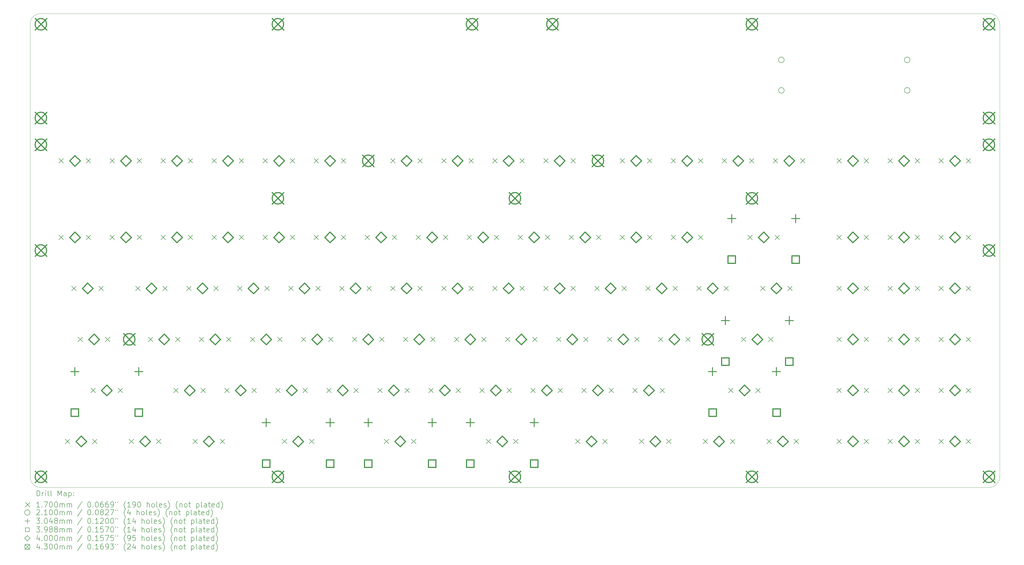
<source format=gbr>
%FSLAX45Y45*%
G04 Gerber Fmt 4.5, Leading zero omitted, Abs format (unit mm)*
G04 Created by KiCad (PCBNEW (6.0.0)) date 2022-04-02 17:54:43*
%MOMM*%
%LPD*%
G01*
G04 APERTURE LIST*
%TA.AperFunction,Profile*%
%ADD10C,0.100000*%
%TD*%
%ADD11C,0.200000*%
%ADD12C,0.170000*%
%ADD13C,0.210000*%
%ADD14C,0.304800*%
%ADD15C,0.398780*%
%ADD16C,0.400000*%
%ADD17C,0.430000*%
G04 APERTURE END LIST*
D10*
X47200000Y-20900000D02*
X47200000Y-33900000D01*
X46800000Y-34300000D02*
X11400000Y-34300000D01*
X11000000Y-33900000D02*
X11000000Y-20900000D01*
X11000000Y-17000000D02*
X11000000Y-20500000D01*
X46800000Y-34300000D02*
G75*
G03*
X47200000Y-33900000I0J400000D01*
G01*
X11400000Y-16600000D02*
G75*
G03*
X11000000Y-17000000I0J-400000D01*
G01*
X28175000Y-16600000D02*
X11400000Y-16600000D01*
X11000000Y-33900000D02*
G75*
G03*
X11400000Y-34300000I400000J0D01*
G01*
X47200000Y-20500000D02*
X47200000Y-17000000D01*
X47200000Y-20900000D02*
X47200000Y-20500000D01*
X29825000Y-16600000D02*
X28175000Y-16600000D01*
X47200000Y-17000000D02*
G75*
G03*
X46800000Y-16600000I-400000J0D01*
G01*
X29825000Y-16600000D02*
X46800000Y-16600000D01*
X11000000Y-20900000D02*
X11000000Y-20500000D01*
D11*
D12*
X12076500Y-22015000D02*
X12246500Y-22185000D01*
X12246500Y-22015000D02*
X12076500Y-22185000D01*
X12076500Y-24872500D02*
X12246500Y-25042500D01*
X12246500Y-24872500D02*
X12076500Y-25042500D01*
X12314625Y-32492500D02*
X12484625Y-32662500D01*
X12484625Y-32492500D02*
X12314625Y-32662500D01*
X12552750Y-26777500D02*
X12722750Y-26947500D01*
X12722750Y-26777500D02*
X12552750Y-26947500D01*
X12790875Y-28682500D02*
X12960875Y-28852500D01*
X12960875Y-28682500D02*
X12790875Y-28852500D01*
X13092500Y-22015000D02*
X13262500Y-22185000D01*
X13262500Y-22015000D02*
X13092500Y-22185000D01*
X13092500Y-24872500D02*
X13262500Y-25042500D01*
X13262500Y-24872500D02*
X13092500Y-25042500D01*
X13267125Y-30587500D02*
X13437125Y-30757500D01*
X13437125Y-30587500D02*
X13267125Y-30757500D01*
X13330625Y-32492500D02*
X13500625Y-32662500D01*
X13500625Y-32492500D02*
X13330625Y-32662500D01*
X13568750Y-26777500D02*
X13738750Y-26947500D01*
X13738750Y-26777500D02*
X13568750Y-26947500D01*
X13806875Y-28682500D02*
X13976875Y-28852500D01*
X13976875Y-28682500D02*
X13806875Y-28852500D01*
X13981500Y-22015000D02*
X14151500Y-22185000D01*
X14151500Y-22015000D02*
X13981500Y-22185000D01*
X13981500Y-24872500D02*
X14151500Y-25042500D01*
X14151500Y-24872500D02*
X13981500Y-25042500D01*
X14283125Y-30587500D02*
X14453125Y-30757500D01*
X14453125Y-30587500D02*
X14283125Y-30757500D01*
X14695875Y-32492500D02*
X14865875Y-32662500D01*
X14865875Y-32492500D02*
X14695875Y-32662500D01*
X14934000Y-26777500D02*
X15104000Y-26947500D01*
X15104000Y-26777500D02*
X14934000Y-26947500D01*
X14997500Y-22015000D02*
X15167500Y-22185000D01*
X15167500Y-22015000D02*
X14997500Y-22185000D01*
X14997500Y-24872500D02*
X15167500Y-25042500D01*
X15167500Y-24872500D02*
X14997500Y-25042500D01*
X15410250Y-28682500D02*
X15580250Y-28852500D01*
X15580250Y-28682500D02*
X15410250Y-28852500D01*
X15711875Y-32492500D02*
X15881875Y-32662500D01*
X15881875Y-32492500D02*
X15711875Y-32662500D01*
X15886500Y-22015000D02*
X16056500Y-22185000D01*
X16056500Y-22015000D02*
X15886500Y-22185000D01*
X15886500Y-24872500D02*
X16056500Y-25042500D01*
X16056500Y-24872500D02*
X15886500Y-25042500D01*
X15950000Y-26777500D02*
X16120000Y-26947500D01*
X16120000Y-26777500D02*
X15950000Y-26947500D01*
X16362750Y-30587500D02*
X16532750Y-30757500D01*
X16532750Y-30587500D02*
X16362750Y-30757500D01*
X16426250Y-28682500D02*
X16596250Y-28852500D01*
X16596250Y-28682500D02*
X16426250Y-28852500D01*
X16839000Y-26777500D02*
X17009000Y-26947500D01*
X17009000Y-26777500D02*
X16839000Y-26947500D01*
X16902500Y-22015000D02*
X17072500Y-22185000D01*
X17072500Y-22015000D02*
X16902500Y-22185000D01*
X16902500Y-24872500D02*
X17072500Y-25042500D01*
X17072500Y-24872500D02*
X16902500Y-25042500D01*
X17077125Y-32492500D02*
X17247125Y-32662500D01*
X17247125Y-32492500D02*
X17077125Y-32662500D01*
X17315250Y-28682500D02*
X17485250Y-28852500D01*
X17485250Y-28682500D02*
X17315250Y-28852500D01*
X17378750Y-30587500D02*
X17548750Y-30757500D01*
X17548750Y-30587500D02*
X17378750Y-30757500D01*
X17791500Y-22015000D02*
X17961500Y-22185000D01*
X17961500Y-22015000D02*
X17791500Y-22185000D01*
X17791500Y-24872500D02*
X17961500Y-25042500D01*
X17961500Y-24872500D02*
X17791500Y-25042500D01*
X17855000Y-26777500D02*
X18025000Y-26947500D01*
X18025000Y-26777500D02*
X17855000Y-26947500D01*
X18093125Y-32492500D02*
X18263125Y-32662500D01*
X18263125Y-32492500D02*
X18093125Y-32662500D01*
X18267750Y-30587500D02*
X18437750Y-30757500D01*
X18437750Y-30587500D02*
X18267750Y-30757500D01*
X18331250Y-28682500D02*
X18501250Y-28852500D01*
X18501250Y-28682500D02*
X18331250Y-28852500D01*
X18744000Y-26777500D02*
X18914000Y-26947500D01*
X18914000Y-26777500D02*
X18744000Y-26947500D01*
X18807500Y-22015000D02*
X18977500Y-22185000D01*
X18977500Y-22015000D02*
X18807500Y-22185000D01*
X18807500Y-24872500D02*
X18977500Y-25042500D01*
X18977500Y-24872500D02*
X18807500Y-25042500D01*
X19220250Y-28682500D02*
X19390250Y-28852500D01*
X19390250Y-28682500D02*
X19220250Y-28852500D01*
X19283750Y-30587500D02*
X19453750Y-30757500D01*
X19453750Y-30587500D02*
X19283750Y-30757500D01*
X19696500Y-22015000D02*
X19866500Y-22185000D01*
X19866500Y-22015000D02*
X19696500Y-22185000D01*
X19696500Y-24872500D02*
X19866500Y-25042500D01*
X19866500Y-24872500D02*
X19696500Y-25042500D01*
X19760000Y-26777500D02*
X19930000Y-26947500D01*
X19930000Y-26777500D02*
X19760000Y-26947500D01*
X20172750Y-30587500D02*
X20342750Y-30757500D01*
X20342750Y-30587500D02*
X20172750Y-30757500D01*
X20236250Y-28682500D02*
X20406250Y-28852500D01*
X20406250Y-28682500D02*
X20236250Y-28852500D01*
X20410875Y-32492500D02*
X20580875Y-32662500D01*
X20580875Y-32492500D02*
X20410875Y-32662500D01*
X20649000Y-26777500D02*
X20819000Y-26947500D01*
X20819000Y-26777500D02*
X20649000Y-26947500D01*
X20712500Y-22015000D02*
X20882500Y-22185000D01*
X20882500Y-22015000D02*
X20712500Y-22185000D01*
X20712500Y-24872500D02*
X20882500Y-25042500D01*
X20882500Y-24872500D02*
X20712500Y-25042500D01*
X21125250Y-28682500D02*
X21295250Y-28852500D01*
X21295250Y-28682500D02*
X21125250Y-28852500D01*
X21188750Y-30587500D02*
X21358750Y-30757500D01*
X21358750Y-30587500D02*
X21188750Y-30757500D01*
X21426875Y-32492500D02*
X21596875Y-32662500D01*
X21596875Y-32492500D02*
X21426875Y-32662500D01*
X21601500Y-22015000D02*
X21771500Y-22185000D01*
X21771500Y-22015000D02*
X21601500Y-22185000D01*
X21601500Y-24872500D02*
X21771500Y-25042500D01*
X21771500Y-24872500D02*
X21601500Y-25042500D01*
X21665000Y-26777500D02*
X21835000Y-26947500D01*
X21835000Y-26777500D02*
X21665000Y-26947500D01*
X22077750Y-30587500D02*
X22247750Y-30757500D01*
X22247750Y-30587500D02*
X22077750Y-30757500D01*
X22141250Y-28682500D02*
X22311250Y-28852500D01*
X22311250Y-28682500D02*
X22141250Y-28852500D01*
X22554000Y-26777500D02*
X22724000Y-26947500D01*
X22724000Y-26777500D02*
X22554000Y-26947500D01*
X22617500Y-22015000D02*
X22787500Y-22185000D01*
X22787500Y-22015000D02*
X22617500Y-22185000D01*
X22617500Y-24872500D02*
X22787500Y-25042500D01*
X22787500Y-24872500D02*
X22617500Y-25042500D01*
X23030250Y-28682500D02*
X23200250Y-28852500D01*
X23200250Y-28682500D02*
X23030250Y-28852500D01*
X23093750Y-30587500D02*
X23263750Y-30757500D01*
X23263750Y-30587500D02*
X23093750Y-30757500D01*
X23506500Y-24872500D02*
X23676500Y-25042500D01*
X23676500Y-24872500D02*
X23506500Y-25042500D01*
X23570000Y-26777500D02*
X23740000Y-26947500D01*
X23740000Y-26777500D02*
X23570000Y-26947500D01*
X23982750Y-30587500D02*
X24152750Y-30757500D01*
X24152750Y-30587500D02*
X23982750Y-30757500D01*
X24046250Y-28682500D02*
X24216250Y-28852500D01*
X24216250Y-28682500D02*
X24046250Y-28852500D01*
X24220875Y-32492500D02*
X24390875Y-32662500D01*
X24390875Y-32492500D02*
X24220875Y-32662500D01*
X24459000Y-22015000D02*
X24629000Y-22185000D01*
X24629000Y-22015000D02*
X24459000Y-22185000D01*
X24459000Y-26777500D02*
X24629000Y-26947500D01*
X24629000Y-26777500D02*
X24459000Y-26947500D01*
X24522500Y-24872500D02*
X24692500Y-25042500D01*
X24692500Y-24872500D02*
X24522500Y-25042500D01*
X24935250Y-28682500D02*
X25105250Y-28852500D01*
X25105250Y-28682500D02*
X24935250Y-28852500D01*
X24998750Y-30587500D02*
X25168750Y-30757500D01*
X25168750Y-30587500D02*
X24998750Y-30757500D01*
X25236875Y-32492500D02*
X25406875Y-32662500D01*
X25406875Y-32492500D02*
X25236875Y-32662500D01*
X25411500Y-24872500D02*
X25581500Y-25042500D01*
X25581500Y-24872500D02*
X25411500Y-25042500D01*
X25475000Y-22015000D02*
X25645000Y-22185000D01*
X25645000Y-22015000D02*
X25475000Y-22185000D01*
X25475000Y-26777500D02*
X25645000Y-26947500D01*
X25645000Y-26777500D02*
X25475000Y-26947500D01*
X25887750Y-30587500D02*
X26057750Y-30757500D01*
X26057750Y-30587500D02*
X25887750Y-30757500D01*
X25951250Y-28682500D02*
X26121250Y-28852500D01*
X26121250Y-28682500D02*
X25951250Y-28852500D01*
X26364000Y-22015000D02*
X26534000Y-22185000D01*
X26534000Y-22015000D02*
X26364000Y-22185000D01*
X26364000Y-26777500D02*
X26534000Y-26947500D01*
X26534000Y-26777500D02*
X26364000Y-26947500D01*
X26427500Y-24872500D02*
X26597500Y-25042500D01*
X26597500Y-24872500D02*
X26427500Y-25042500D01*
X26840250Y-28682500D02*
X27010250Y-28852500D01*
X27010250Y-28682500D02*
X26840250Y-28852500D01*
X26903750Y-30587500D02*
X27073750Y-30757500D01*
X27073750Y-30587500D02*
X26903750Y-30757500D01*
X27316500Y-24872500D02*
X27486500Y-25042500D01*
X27486500Y-24872500D02*
X27316500Y-25042500D01*
X27380000Y-22015000D02*
X27550000Y-22185000D01*
X27550000Y-22015000D02*
X27380000Y-22185000D01*
X27380000Y-26777500D02*
X27550000Y-26947500D01*
X27550000Y-26777500D02*
X27380000Y-26947500D01*
X27792750Y-30587500D02*
X27962750Y-30757500D01*
X27962750Y-30587500D02*
X27792750Y-30757500D01*
X27856250Y-28682500D02*
X28026250Y-28852500D01*
X28026250Y-28682500D02*
X27856250Y-28852500D01*
X28030875Y-32492500D02*
X28200875Y-32662500D01*
X28200875Y-32492500D02*
X28030875Y-32662500D01*
X28269000Y-22015000D02*
X28439000Y-22185000D01*
X28439000Y-22015000D02*
X28269000Y-22185000D01*
X28269000Y-26777500D02*
X28439000Y-26947500D01*
X28439000Y-26777500D02*
X28269000Y-26947500D01*
X28332500Y-24872500D02*
X28502500Y-25042500D01*
X28502500Y-24872500D02*
X28332500Y-25042500D01*
X28745250Y-28682500D02*
X28915250Y-28852500D01*
X28915250Y-28682500D02*
X28745250Y-28852500D01*
X28808750Y-30587500D02*
X28978750Y-30757500D01*
X28978750Y-30587500D02*
X28808750Y-30757500D01*
X29046875Y-32492500D02*
X29216875Y-32662500D01*
X29216875Y-32492500D02*
X29046875Y-32662500D01*
X29221500Y-24872500D02*
X29391500Y-25042500D01*
X29391500Y-24872500D02*
X29221500Y-25042500D01*
X29285000Y-22015000D02*
X29455000Y-22185000D01*
X29455000Y-22015000D02*
X29285000Y-22185000D01*
X29285000Y-26777500D02*
X29455000Y-26947500D01*
X29455000Y-26777500D02*
X29285000Y-26947500D01*
X29697750Y-30587500D02*
X29867750Y-30757500D01*
X29867750Y-30587500D02*
X29697750Y-30757500D01*
X29761250Y-28682500D02*
X29931250Y-28852500D01*
X29931250Y-28682500D02*
X29761250Y-28852500D01*
X30174000Y-22015000D02*
X30344000Y-22185000D01*
X30344000Y-22015000D02*
X30174000Y-22185000D01*
X30174000Y-26777500D02*
X30344000Y-26947500D01*
X30344000Y-26777500D02*
X30174000Y-26947500D01*
X30237500Y-24872500D02*
X30407500Y-25042500D01*
X30407500Y-24872500D02*
X30237500Y-25042500D01*
X30650250Y-28682500D02*
X30820250Y-28852500D01*
X30820250Y-28682500D02*
X30650250Y-28852500D01*
X30713750Y-30587500D02*
X30883750Y-30757500D01*
X30883750Y-30587500D02*
X30713750Y-30757500D01*
X31126500Y-24872500D02*
X31296500Y-25042500D01*
X31296500Y-24872500D02*
X31126500Y-25042500D01*
X31190000Y-22015000D02*
X31360000Y-22185000D01*
X31360000Y-22015000D02*
X31190000Y-22185000D01*
X31190000Y-26777500D02*
X31360000Y-26947500D01*
X31360000Y-26777500D02*
X31190000Y-26947500D01*
X31364625Y-32492500D02*
X31534625Y-32662500D01*
X31534625Y-32492500D02*
X31364625Y-32662500D01*
X31602750Y-30587500D02*
X31772750Y-30757500D01*
X31772750Y-30587500D02*
X31602750Y-30757500D01*
X31666250Y-28682500D02*
X31836250Y-28852500D01*
X31836250Y-28682500D02*
X31666250Y-28852500D01*
X32079000Y-26777500D02*
X32249000Y-26947500D01*
X32249000Y-26777500D02*
X32079000Y-26947500D01*
X32142500Y-24872500D02*
X32312500Y-25042500D01*
X32312500Y-24872500D02*
X32142500Y-25042500D01*
X32380625Y-32492500D02*
X32550625Y-32662500D01*
X32550625Y-32492500D02*
X32380625Y-32662500D01*
X32555250Y-28682500D02*
X32725250Y-28852500D01*
X32725250Y-28682500D02*
X32555250Y-28852500D01*
X32618750Y-30587500D02*
X32788750Y-30757500D01*
X32788750Y-30587500D02*
X32618750Y-30757500D01*
X33031500Y-22015000D02*
X33201500Y-22185000D01*
X33201500Y-22015000D02*
X33031500Y-22185000D01*
X33031500Y-24872500D02*
X33201500Y-25042500D01*
X33201500Y-24872500D02*
X33031500Y-25042500D01*
X33095000Y-26777500D02*
X33265000Y-26947500D01*
X33265000Y-26777500D02*
X33095000Y-26947500D01*
X33507750Y-30587500D02*
X33677750Y-30757500D01*
X33677750Y-30587500D02*
X33507750Y-30757500D01*
X33571250Y-28682500D02*
X33741250Y-28852500D01*
X33741250Y-28682500D02*
X33571250Y-28852500D01*
X33745875Y-32492500D02*
X33915875Y-32662500D01*
X33915875Y-32492500D02*
X33745875Y-32662500D01*
X33984000Y-26777500D02*
X34154000Y-26947500D01*
X34154000Y-26777500D02*
X33984000Y-26947500D01*
X34047500Y-22015000D02*
X34217500Y-22185000D01*
X34217500Y-22015000D02*
X34047500Y-22185000D01*
X34047500Y-24872500D02*
X34217500Y-25042500D01*
X34217500Y-24872500D02*
X34047500Y-25042500D01*
X34460250Y-28682500D02*
X34630250Y-28852500D01*
X34630250Y-28682500D02*
X34460250Y-28852500D01*
X34523750Y-30587500D02*
X34693750Y-30757500D01*
X34693750Y-30587500D02*
X34523750Y-30757500D01*
X34761875Y-32492500D02*
X34931875Y-32662500D01*
X34931875Y-32492500D02*
X34761875Y-32662500D01*
X34936500Y-22015000D02*
X35106500Y-22185000D01*
X35106500Y-22015000D02*
X34936500Y-22185000D01*
X34936500Y-24872500D02*
X35106500Y-25042500D01*
X35106500Y-24872500D02*
X34936500Y-25042500D01*
X35000000Y-26777500D02*
X35170000Y-26947500D01*
X35170000Y-26777500D02*
X35000000Y-26947500D01*
X35476250Y-28682500D02*
X35646250Y-28852500D01*
X35646250Y-28682500D02*
X35476250Y-28852500D01*
X35889000Y-26777500D02*
X36059000Y-26947500D01*
X36059000Y-26777500D02*
X35889000Y-26947500D01*
X35952500Y-22015000D02*
X36122500Y-22185000D01*
X36122500Y-22015000D02*
X35952500Y-22185000D01*
X35952500Y-24872500D02*
X36122500Y-25042500D01*
X36122500Y-24872500D02*
X35952500Y-25042500D01*
X36127125Y-32492500D02*
X36297125Y-32662500D01*
X36297125Y-32492500D02*
X36127125Y-32662500D01*
X36841500Y-22015000D02*
X37011500Y-22185000D01*
X37011500Y-22015000D02*
X36841500Y-22185000D01*
X36905000Y-26777500D02*
X37075000Y-26947500D01*
X37075000Y-26777500D02*
X36905000Y-26947500D01*
X37079625Y-30587500D02*
X37249625Y-30757500D01*
X37249625Y-30587500D02*
X37079625Y-30757500D01*
X37143125Y-32492500D02*
X37313125Y-32662500D01*
X37313125Y-32492500D02*
X37143125Y-32662500D01*
X37555875Y-28682500D02*
X37725875Y-28852500D01*
X37725875Y-28682500D02*
X37555875Y-28852500D01*
X37794000Y-24872500D02*
X37964000Y-25042500D01*
X37964000Y-24872500D02*
X37794000Y-25042500D01*
X37857500Y-22015000D02*
X38027500Y-22185000D01*
X38027500Y-22015000D02*
X37857500Y-22185000D01*
X38095625Y-30587500D02*
X38265625Y-30757500D01*
X38265625Y-30587500D02*
X38095625Y-30757500D01*
X38270250Y-26777500D02*
X38440250Y-26947500D01*
X38440250Y-26777500D02*
X38270250Y-26947500D01*
X38508375Y-32492500D02*
X38678375Y-32662500D01*
X38678375Y-32492500D02*
X38508375Y-32662500D01*
X38571875Y-28682500D02*
X38741875Y-28852500D01*
X38741875Y-28682500D02*
X38571875Y-28852500D01*
X38746500Y-22015000D02*
X38916500Y-22185000D01*
X38916500Y-22015000D02*
X38746500Y-22185000D01*
X38810000Y-24872500D02*
X38980000Y-25042500D01*
X38980000Y-24872500D02*
X38810000Y-25042500D01*
X39286250Y-26777500D02*
X39456250Y-26947500D01*
X39456250Y-26777500D02*
X39286250Y-26947500D01*
X39524375Y-32492500D02*
X39694375Y-32662500D01*
X39694375Y-32492500D02*
X39524375Y-32662500D01*
X39762500Y-22015000D02*
X39932500Y-22185000D01*
X39932500Y-22015000D02*
X39762500Y-22185000D01*
X41127750Y-22015000D02*
X41297750Y-22185000D01*
X41297750Y-22015000D02*
X41127750Y-22185000D01*
X41127750Y-24872500D02*
X41297750Y-25042500D01*
X41297750Y-24872500D02*
X41127750Y-25042500D01*
X41127750Y-26777500D02*
X41297750Y-26947500D01*
X41297750Y-26777500D02*
X41127750Y-26947500D01*
X41127750Y-28682500D02*
X41297750Y-28852500D01*
X41297750Y-28682500D02*
X41127750Y-28852500D01*
X41127750Y-30587500D02*
X41297750Y-30757500D01*
X41297750Y-30587500D02*
X41127750Y-30757500D01*
X41127750Y-32492500D02*
X41297750Y-32662500D01*
X41297750Y-32492500D02*
X41127750Y-32662500D01*
X42143750Y-22015000D02*
X42313750Y-22185000D01*
X42313750Y-22015000D02*
X42143750Y-22185000D01*
X42143750Y-24872500D02*
X42313750Y-25042500D01*
X42313750Y-24872500D02*
X42143750Y-25042500D01*
X42143750Y-26777500D02*
X42313750Y-26947500D01*
X42313750Y-26777500D02*
X42143750Y-26947500D01*
X42143750Y-28682500D02*
X42313750Y-28852500D01*
X42313750Y-28682500D02*
X42143750Y-28852500D01*
X42143750Y-30587500D02*
X42313750Y-30757500D01*
X42313750Y-30587500D02*
X42143750Y-30757500D01*
X42143750Y-32492500D02*
X42313750Y-32662500D01*
X42313750Y-32492500D02*
X42143750Y-32662500D01*
X43032750Y-22015000D02*
X43202750Y-22185000D01*
X43202750Y-22015000D02*
X43032750Y-22185000D01*
X43032750Y-24872500D02*
X43202750Y-25042500D01*
X43202750Y-24872500D02*
X43032750Y-25042500D01*
X43032750Y-26777500D02*
X43202750Y-26947500D01*
X43202750Y-26777500D02*
X43032750Y-26947500D01*
X43032750Y-28682500D02*
X43202750Y-28852500D01*
X43202750Y-28682500D02*
X43032750Y-28852500D01*
X43032750Y-30587500D02*
X43202750Y-30757500D01*
X43202750Y-30587500D02*
X43032750Y-30757500D01*
X43032750Y-32492500D02*
X43202750Y-32662500D01*
X43202750Y-32492500D02*
X43032750Y-32662500D01*
X44048750Y-22015000D02*
X44218750Y-22185000D01*
X44218750Y-22015000D02*
X44048750Y-22185000D01*
X44048750Y-24872500D02*
X44218750Y-25042500D01*
X44218750Y-24872500D02*
X44048750Y-25042500D01*
X44048750Y-26777500D02*
X44218750Y-26947500D01*
X44218750Y-26777500D02*
X44048750Y-26947500D01*
X44048750Y-28682500D02*
X44218750Y-28852500D01*
X44218750Y-28682500D02*
X44048750Y-28852500D01*
X44048750Y-30587500D02*
X44218750Y-30757500D01*
X44218750Y-30587500D02*
X44048750Y-30757500D01*
X44048750Y-32492500D02*
X44218750Y-32662500D01*
X44218750Y-32492500D02*
X44048750Y-32662500D01*
X44937750Y-22015000D02*
X45107750Y-22185000D01*
X45107750Y-22015000D02*
X44937750Y-22185000D01*
X44937750Y-24872500D02*
X45107750Y-25042500D01*
X45107750Y-24872500D02*
X44937750Y-25042500D01*
X44937750Y-26777500D02*
X45107750Y-26947500D01*
X45107750Y-26777500D02*
X44937750Y-26947500D01*
X44937750Y-28682500D02*
X45107750Y-28852500D01*
X45107750Y-28682500D02*
X44937750Y-28852500D01*
X44937750Y-30587500D02*
X45107750Y-30757500D01*
X45107750Y-30587500D02*
X44937750Y-30757500D01*
X44937750Y-32492500D02*
X45107750Y-32662500D01*
X45107750Y-32492500D02*
X44937750Y-32662500D01*
X45953750Y-22015000D02*
X46123750Y-22185000D01*
X46123750Y-22015000D02*
X45953750Y-22185000D01*
X45953750Y-24872500D02*
X46123750Y-25042500D01*
X46123750Y-24872500D02*
X45953750Y-25042500D01*
X45953750Y-26777500D02*
X46123750Y-26947500D01*
X46123750Y-26777500D02*
X45953750Y-26947500D01*
X45953750Y-28682500D02*
X46123750Y-28852500D01*
X46123750Y-28682500D02*
X45953750Y-28852500D01*
X45953750Y-30587500D02*
X46123750Y-30757500D01*
X46123750Y-30587500D02*
X45953750Y-30757500D01*
X45953750Y-32492500D02*
X46123750Y-32662500D01*
X46123750Y-32492500D02*
X45953750Y-32662500D01*
D13*
X39155000Y-18330000D02*
G75*
G03*
X39155000Y-18330000I-105000J0D01*
G01*
X39155000Y-19470000D02*
G75*
G03*
X39155000Y-19470000I-105000J0D01*
G01*
X43855000Y-18330000D02*
G75*
G03*
X43855000Y-18330000I-105000J0D01*
G01*
X43855000Y-19470000D02*
G75*
G03*
X43855000Y-19470000I-105000J0D01*
G01*
D14*
X12666325Y-29821600D02*
X12666325Y-30126400D01*
X12513925Y-29974000D02*
X12818725Y-29974000D01*
X15053925Y-29821600D02*
X15053925Y-30126400D01*
X14901525Y-29974000D02*
X15206325Y-29974000D01*
X19810075Y-31726600D02*
X19810075Y-32031400D01*
X19657675Y-31879000D02*
X19962475Y-31879000D01*
X22197675Y-31726600D02*
X22197675Y-32031400D01*
X22045275Y-31879000D02*
X22350075Y-31879000D01*
X23620075Y-31726600D02*
X23620075Y-32031400D01*
X23467675Y-31879000D02*
X23772475Y-31879000D01*
X26007675Y-31726600D02*
X26007675Y-32031400D01*
X25855275Y-31879000D02*
X26160075Y-31879000D01*
X27430075Y-31726600D02*
X27430075Y-32031400D01*
X27277675Y-31879000D02*
X27582475Y-31879000D01*
X29817675Y-31726600D02*
X29817675Y-32031400D01*
X29665275Y-31879000D02*
X29970075Y-31879000D01*
X36478825Y-29821600D02*
X36478825Y-30126400D01*
X36326425Y-29974000D02*
X36631225Y-29974000D01*
X36955075Y-27916600D02*
X36955075Y-28221400D01*
X36802675Y-28069000D02*
X37107475Y-28069000D01*
X37193200Y-24106600D02*
X37193200Y-24411400D01*
X37040800Y-24259000D02*
X37345600Y-24259000D01*
X38866425Y-29821600D02*
X38866425Y-30126400D01*
X38714025Y-29974000D02*
X39018825Y-29974000D01*
X39342675Y-27916600D02*
X39342675Y-28221400D01*
X39190275Y-28069000D02*
X39495075Y-28069000D01*
X39580800Y-24106600D02*
X39580800Y-24411400D01*
X39428400Y-24259000D02*
X39733200Y-24259000D01*
D15*
X12807316Y-31638991D02*
X12807316Y-31357009D01*
X12525334Y-31357009D01*
X12525334Y-31638991D01*
X12807316Y-31638991D01*
X15194916Y-31638991D02*
X15194916Y-31357009D01*
X14912934Y-31357009D01*
X14912934Y-31638991D01*
X15194916Y-31638991D01*
X19951066Y-33543991D02*
X19951066Y-33262009D01*
X19669084Y-33262009D01*
X19669084Y-33543991D01*
X19951066Y-33543991D01*
X22338666Y-33543991D02*
X22338666Y-33262009D01*
X22056684Y-33262009D01*
X22056684Y-33543991D01*
X22338666Y-33543991D01*
X23761066Y-33543991D02*
X23761066Y-33262009D01*
X23479084Y-33262009D01*
X23479084Y-33543991D01*
X23761066Y-33543991D01*
X26148666Y-33543991D02*
X26148666Y-33262009D01*
X25866684Y-33262009D01*
X25866684Y-33543991D01*
X26148666Y-33543991D01*
X27571066Y-33543991D02*
X27571066Y-33262009D01*
X27289084Y-33262009D01*
X27289084Y-33543991D01*
X27571066Y-33543991D01*
X29958666Y-33543991D02*
X29958666Y-33262009D01*
X29676684Y-33262009D01*
X29676684Y-33543991D01*
X29958666Y-33543991D01*
X36619816Y-31638991D02*
X36619816Y-31357009D01*
X36337834Y-31357009D01*
X36337834Y-31638991D01*
X36619816Y-31638991D01*
X37096066Y-29733991D02*
X37096066Y-29452009D01*
X36814084Y-29452009D01*
X36814084Y-29733991D01*
X37096066Y-29733991D01*
X37334191Y-25923991D02*
X37334191Y-25642009D01*
X37052209Y-25642009D01*
X37052209Y-25923991D01*
X37334191Y-25923991D01*
X39007416Y-31638991D02*
X39007416Y-31357009D01*
X38725434Y-31357009D01*
X38725434Y-31638991D01*
X39007416Y-31638991D01*
X39483666Y-29733991D02*
X39483666Y-29452009D01*
X39201684Y-29452009D01*
X39201684Y-29733991D01*
X39483666Y-29733991D01*
X39721791Y-25923991D02*
X39721791Y-25642009D01*
X39439809Y-25642009D01*
X39439809Y-25923991D01*
X39721791Y-25923991D01*
D16*
X12669500Y-22300000D02*
X12869500Y-22100000D01*
X12669500Y-21900000D01*
X12469500Y-22100000D01*
X12669500Y-22300000D01*
X12669500Y-25157500D02*
X12869500Y-24957500D01*
X12669500Y-24757500D01*
X12469500Y-24957500D01*
X12669500Y-25157500D01*
X12907625Y-32777500D02*
X13107625Y-32577500D01*
X12907625Y-32377500D01*
X12707625Y-32577500D01*
X12907625Y-32777500D01*
X13145750Y-27062500D02*
X13345750Y-26862500D01*
X13145750Y-26662500D01*
X12945750Y-26862500D01*
X13145750Y-27062500D01*
X13383875Y-28967500D02*
X13583875Y-28767500D01*
X13383875Y-28567500D01*
X13183875Y-28767500D01*
X13383875Y-28967500D01*
X13860125Y-30872500D02*
X14060125Y-30672500D01*
X13860125Y-30472500D01*
X13660125Y-30672500D01*
X13860125Y-30872500D01*
X14574500Y-22300000D02*
X14774500Y-22100000D01*
X14574500Y-21900000D01*
X14374500Y-22100000D01*
X14574500Y-22300000D01*
X14574500Y-25157500D02*
X14774500Y-24957500D01*
X14574500Y-24757500D01*
X14374500Y-24957500D01*
X14574500Y-25157500D01*
X15288875Y-32777500D02*
X15488875Y-32577500D01*
X15288875Y-32377500D01*
X15088875Y-32577500D01*
X15288875Y-32777500D01*
X15527000Y-27062500D02*
X15727000Y-26862500D01*
X15527000Y-26662500D01*
X15327000Y-26862500D01*
X15527000Y-27062500D01*
X16003250Y-28967500D02*
X16203250Y-28767500D01*
X16003250Y-28567500D01*
X15803250Y-28767500D01*
X16003250Y-28967500D01*
X16479500Y-22300000D02*
X16679500Y-22100000D01*
X16479500Y-21900000D01*
X16279500Y-22100000D01*
X16479500Y-22300000D01*
X16479500Y-25157500D02*
X16679500Y-24957500D01*
X16479500Y-24757500D01*
X16279500Y-24957500D01*
X16479500Y-25157500D01*
X16955750Y-30872500D02*
X17155750Y-30672500D01*
X16955750Y-30472500D01*
X16755750Y-30672500D01*
X16955750Y-30872500D01*
X17432000Y-27062500D02*
X17632000Y-26862500D01*
X17432000Y-26662500D01*
X17232000Y-26862500D01*
X17432000Y-27062500D01*
X17670125Y-32777500D02*
X17870125Y-32577500D01*
X17670125Y-32377500D01*
X17470125Y-32577500D01*
X17670125Y-32777500D01*
X17908250Y-28967500D02*
X18108250Y-28767500D01*
X17908250Y-28567500D01*
X17708250Y-28767500D01*
X17908250Y-28967500D01*
X18384500Y-22300000D02*
X18584500Y-22100000D01*
X18384500Y-21900000D01*
X18184500Y-22100000D01*
X18384500Y-22300000D01*
X18384500Y-25157500D02*
X18584500Y-24957500D01*
X18384500Y-24757500D01*
X18184500Y-24957500D01*
X18384500Y-25157500D01*
X18860750Y-30872500D02*
X19060750Y-30672500D01*
X18860750Y-30472500D01*
X18660750Y-30672500D01*
X18860750Y-30872500D01*
X19337000Y-27062500D02*
X19537000Y-26862500D01*
X19337000Y-26662500D01*
X19137000Y-26862500D01*
X19337000Y-27062500D01*
X19813250Y-28967500D02*
X20013250Y-28767500D01*
X19813250Y-28567500D01*
X19613250Y-28767500D01*
X19813250Y-28967500D01*
X20289500Y-22300000D02*
X20489500Y-22100000D01*
X20289500Y-21900000D01*
X20089500Y-22100000D01*
X20289500Y-22300000D01*
X20289500Y-25157500D02*
X20489500Y-24957500D01*
X20289500Y-24757500D01*
X20089500Y-24957500D01*
X20289500Y-25157500D01*
X20765750Y-30872500D02*
X20965750Y-30672500D01*
X20765750Y-30472500D01*
X20565750Y-30672500D01*
X20765750Y-30872500D01*
X21003875Y-32777500D02*
X21203875Y-32577500D01*
X21003875Y-32377500D01*
X20803875Y-32577500D01*
X21003875Y-32777500D01*
X21242000Y-27062500D02*
X21442000Y-26862500D01*
X21242000Y-26662500D01*
X21042000Y-26862500D01*
X21242000Y-27062500D01*
X21718250Y-28967500D02*
X21918250Y-28767500D01*
X21718250Y-28567500D01*
X21518250Y-28767500D01*
X21718250Y-28967500D01*
X22194500Y-22300000D02*
X22394500Y-22100000D01*
X22194500Y-21900000D01*
X21994500Y-22100000D01*
X22194500Y-22300000D01*
X22194500Y-25157500D02*
X22394500Y-24957500D01*
X22194500Y-24757500D01*
X21994500Y-24957500D01*
X22194500Y-25157500D01*
X22670750Y-30872500D02*
X22870750Y-30672500D01*
X22670750Y-30472500D01*
X22470750Y-30672500D01*
X22670750Y-30872500D01*
X23147000Y-27062500D02*
X23347000Y-26862500D01*
X23147000Y-26662500D01*
X22947000Y-26862500D01*
X23147000Y-27062500D01*
X23623250Y-28967500D02*
X23823250Y-28767500D01*
X23623250Y-28567500D01*
X23423250Y-28767500D01*
X23623250Y-28967500D01*
X24099500Y-25157500D02*
X24299500Y-24957500D01*
X24099500Y-24757500D01*
X23899500Y-24957500D01*
X24099500Y-25157500D01*
X24575750Y-30872500D02*
X24775750Y-30672500D01*
X24575750Y-30472500D01*
X24375750Y-30672500D01*
X24575750Y-30872500D01*
X24813875Y-32777500D02*
X25013875Y-32577500D01*
X24813875Y-32377500D01*
X24613875Y-32577500D01*
X24813875Y-32777500D01*
X25052000Y-22300000D02*
X25252000Y-22100000D01*
X25052000Y-21900000D01*
X24852000Y-22100000D01*
X25052000Y-22300000D01*
X25052000Y-27062500D02*
X25252000Y-26862500D01*
X25052000Y-26662500D01*
X24852000Y-26862500D01*
X25052000Y-27062500D01*
X25528250Y-28967500D02*
X25728250Y-28767500D01*
X25528250Y-28567500D01*
X25328250Y-28767500D01*
X25528250Y-28967500D01*
X26004500Y-25157500D02*
X26204500Y-24957500D01*
X26004500Y-24757500D01*
X25804500Y-24957500D01*
X26004500Y-25157500D01*
X26480750Y-30872500D02*
X26680750Y-30672500D01*
X26480750Y-30472500D01*
X26280750Y-30672500D01*
X26480750Y-30872500D01*
X26957000Y-22300000D02*
X27157000Y-22100000D01*
X26957000Y-21900000D01*
X26757000Y-22100000D01*
X26957000Y-22300000D01*
X26957000Y-27062500D02*
X27157000Y-26862500D01*
X26957000Y-26662500D01*
X26757000Y-26862500D01*
X26957000Y-27062500D01*
X27433250Y-28967500D02*
X27633250Y-28767500D01*
X27433250Y-28567500D01*
X27233250Y-28767500D01*
X27433250Y-28967500D01*
X27909500Y-25157500D02*
X28109500Y-24957500D01*
X27909500Y-24757500D01*
X27709500Y-24957500D01*
X27909500Y-25157500D01*
X28385750Y-30872500D02*
X28585750Y-30672500D01*
X28385750Y-30472500D01*
X28185750Y-30672500D01*
X28385750Y-30872500D01*
X28623875Y-32777500D02*
X28823875Y-32577500D01*
X28623875Y-32377500D01*
X28423875Y-32577500D01*
X28623875Y-32777500D01*
X28862000Y-22300000D02*
X29062000Y-22100000D01*
X28862000Y-21900000D01*
X28662000Y-22100000D01*
X28862000Y-22300000D01*
X28862000Y-27062500D02*
X29062000Y-26862500D01*
X28862000Y-26662500D01*
X28662000Y-26862500D01*
X28862000Y-27062500D01*
X29338250Y-28967500D02*
X29538250Y-28767500D01*
X29338250Y-28567500D01*
X29138250Y-28767500D01*
X29338250Y-28967500D01*
X29814500Y-25157500D02*
X30014500Y-24957500D01*
X29814500Y-24757500D01*
X29614500Y-24957500D01*
X29814500Y-25157500D01*
X30290750Y-30872500D02*
X30490750Y-30672500D01*
X30290750Y-30472500D01*
X30090750Y-30672500D01*
X30290750Y-30872500D01*
X30767000Y-22300000D02*
X30967000Y-22100000D01*
X30767000Y-21900000D01*
X30567000Y-22100000D01*
X30767000Y-22300000D01*
X30767000Y-27062500D02*
X30967000Y-26862500D01*
X30767000Y-26662500D01*
X30567000Y-26862500D01*
X30767000Y-27062500D01*
X31243250Y-28967500D02*
X31443250Y-28767500D01*
X31243250Y-28567500D01*
X31043250Y-28767500D01*
X31243250Y-28967500D01*
X31719500Y-25157500D02*
X31919500Y-24957500D01*
X31719500Y-24757500D01*
X31519500Y-24957500D01*
X31719500Y-25157500D01*
X31957625Y-32777500D02*
X32157625Y-32577500D01*
X31957625Y-32377500D01*
X31757625Y-32577500D01*
X31957625Y-32777500D01*
X32195750Y-30872500D02*
X32395750Y-30672500D01*
X32195750Y-30472500D01*
X31995750Y-30672500D01*
X32195750Y-30872500D01*
X32672000Y-27062500D02*
X32872000Y-26862500D01*
X32672000Y-26662500D01*
X32472000Y-26862500D01*
X32672000Y-27062500D01*
X33148250Y-28967500D02*
X33348250Y-28767500D01*
X33148250Y-28567500D01*
X32948250Y-28767500D01*
X33148250Y-28967500D01*
X33624500Y-22300000D02*
X33824500Y-22100000D01*
X33624500Y-21900000D01*
X33424500Y-22100000D01*
X33624500Y-22300000D01*
X33624500Y-25157500D02*
X33824500Y-24957500D01*
X33624500Y-24757500D01*
X33424500Y-24957500D01*
X33624500Y-25157500D01*
X34100750Y-30872500D02*
X34300750Y-30672500D01*
X34100750Y-30472500D01*
X33900750Y-30672500D01*
X34100750Y-30872500D01*
X34338875Y-32777500D02*
X34538875Y-32577500D01*
X34338875Y-32377500D01*
X34138875Y-32577500D01*
X34338875Y-32777500D01*
X34577000Y-27062500D02*
X34777000Y-26862500D01*
X34577000Y-26662500D01*
X34377000Y-26862500D01*
X34577000Y-27062500D01*
X35053250Y-28967500D02*
X35253250Y-28767500D01*
X35053250Y-28567500D01*
X34853250Y-28767500D01*
X35053250Y-28967500D01*
X35529500Y-22300000D02*
X35729500Y-22100000D01*
X35529500Y-21900000D01*
X35329500Y-22100000D01*
X35529500Y-22300000D01*
X35529500Y-25157500D02*
X35729500Y-24957500D01*
X35529500Y-24757500D01*
X35329500Y-24957500D01*
X35529500Y-25157500D01*
X36482000Y-27062500D02*
X36682000Y-26862500D01*
X36482000Y-26662500D01*
X36282000Y-26862500D01*
X36482000Y-27062500D01*
X36720125Y-32777500D02*
X36920125Y-32577500D01*
X36720125Y-32377500D01*
X36520125Y-32577500D01*
X36720125Y-32777500D01*
X37434500Y-22300000D02*
X37634500Y-22100000D01*
X37434500Y-21900000D01*
X37234500Y-22100000D01*
X37434500Y-22300000D01*
X37672625Y-30872500D02*
X37872625Y-30672500D01*
X37672625Y-30472500D01*
X37472625Y-30672500D01*
X37672625Y-30872500D01*
X38148875Y-28967500D02*
X38348875Y-28767500D01*
X38148875Y-28567500D01*
X37948875Y-28767500D01*
X38148875Y-28967500D01*
X38387000Y-25157500D02*
X38587000Y-24957500D01*
X38387000Y-24757500D01*
X38187000Y-24957500D01*
X38387000Y-25157500D01*
X38863250Y-27062500D02*
X39063250Y-26862500D01*
X38863250Y-26662500D01*
X38663250Y-26862500D01*
X38863250Y-27062500D01*
X39101375Y-32777500D02*
X39301375Y-32577500D01*
X39101375Y-32377500D01*
X38901375Y-32577500D01*
X39101375Y-32777500D01*
X39339500Y-22300000D02*
X39539500Y-22100000D01*
X39339500Y-21900000D01*
X39139500Y-22100000D01*
X39339500Y-22300000D01*
X41720750Y-22300000D02*
X41920750Y-22100000D01*
X41720750Y-21900000D01*
X41520750Y-22100000D01*
X41720750Y-22300000D01*
X41720750Y-25157500D02*
X41920750Y-24957500D01*
X41720750Y-24757500D01*
X41520750Y-24957500D01*
X41720750Y-25157500D01*
X41720750Y-27062500D02*
X41920750Y-26862500D01*
X41720750Y-26662500D01*
X41520750Y-26862500D01*
X41720750Y-27062500D01*
X41720750Y-28967500D02*
X41920750Y-28767500D01*
X41720750Y-28567500D01*
X41520750Y-28767500D01*
X41720750Y-28967500D01*
X41720750Y-30872500D02*
X41920750Y-30672500D01*
X41720750Y-30472500D01*
X41520750Y-30672500D01*
X41720750Y-30872500D01*
X41720750Y-32777500D02*
X41920750Y-32577500D01*
X41720750Y-32377500D01*
X41520750Y-32577500D01*
X41720750Y-32777500D01*
X43625750Y-22300000D02*
X43825750Y-22100000D01*
X43625750Y-21900000D01*
X43425750Y-22100000D01*
X43625750Y-22300000D01*
X43625750Y-25157500D02*
X43825750Y-24957500D01*
X43625750Y-24757500D01*
X43425750Y-24957500D01*
X43625750Y-25157500D01*
X43625750Y-27062500D02*
X43825750Y-26862500D01*
X43625750Y-26662500D01*
X43425750Y-26862500D01*
X43625750Y-27062500D01*
X43625750Y-28967500D02*
X43825750Y-28767500D01*
X43625750Y-28567500D01*
X43425750Y-28767500D01*
X43625750Y-28967500D01*
X43625750Y-30872500D02*
X43825750Y-30672500D01*
X43625750Y-30472500D01*
X43425750Y-30672500D01*
X43625750Y-30872500D01*
X43625750Y-32777500D02*
X43825750Y-32577500D01*
X43625750Y-32377500D01*
X43425750Y-32577500D01*
X43625750Y-32777500D01*
X45530750Y-22300000D02*
X45730750Y-22100000D01*
X45530750Y-21900000D01*
X45330750Y-22100000D01*
X45530750Y-22300000D01*
X45530750Y-25157500D02*
X45730750Y-24957500D01*
X45530750Y-24757500D01*
X45330750Y-24957500D01*
X45530750Y-25157500D01*
X45530750Y-27062500D02*
X45730750Y-26862500D01*
X45530750Y-26662500D01*
X45330750Y-26862500D01*
X45530750Y-27062500D01*
X45530750Y-28967500D02*
X45730750Y-28767500D01*
X45530750Y-28567500D01*
X45330750Y-28767500D01*
X45530750Y-28967500D01*
X45530750Y-30872500D02*
X45730750Y-30672500D01*
X45530750Y-30472500D01*
X45330750Y-30672500D01*
X45530750Y-30872500D01*
X45530750Y-32777500D02*
X45730750Y-32577500D01*
X45530750Y-32377500D01*
X45330750Y-32577500D01*
X45530750Y-32777500D01*
D17*
X11185000Y-16785000D02*
X11615000Y-17215000D01*
X11615000Y-16785000D02*
X11185000Y-17215000D01*
X11615000Y-17000000D02*
G75*
G03*
X11615000Y-17000000I-215000J0D01*
G01*
X11185000Y-20285000D02*
X11615000Y-20715000D01*
X11615000Y-20285000D02*
X11185000Y-20715000D01*
X11615000Y-20500000D02*
G75*
G03*
X11615000Y-20500000I-215000J0D01*
G01*
X11185000Y-21285000D02*
X11615000Y-21715000D01*
X11615000Y-21285000D02*
X11185000Y-21715000D01*
X11615000Y-21500000D02*
G75*
G03*
X11615000Y-21500000I-215000J0D01*
G01*
X11185000Y-25234956D02*
X11615000Y-25664956D01*
X11615000Y-25234956D02*
X11185000Y-25664956D01*
X11615000Y-25449956D02*
G75*
G03*
X11615000Y-25449956I-215000J0D01*
G01*
X11185000Y-33685000D02*
X11615000Y-34115000D01*
X11615000Y-33685000D02*
X11185000Y-34115000D01*
X11615000Y-33900000D02*
G75*
G03*
X11615000Y-33900000I-215000J0D01*
G01*
X14485000Y-28552500D02*
X14915000Y-28982500D01*
X14915000Y-28552500D02*
X14485000Y-28982500D01*
X14915000Y-28767500D02*
G75*
G03*
X14915000Y-28767500I-215000J0D01*
G01*
X20035000Y-16785000D02*
X20465000Y-17215000D01*
X20465000Y-16785000D02*
X20035000Y-17215000D01*
X20465000Y-17000000D02*
G75*
G03*
X20465000Y-17000000I-215000J0D01*
G01*
X20035000Y-23285000D02*
X20465000Y-23715000D01*
X20465000Y-23285000D02*
X20035000Y-23715000D01*
X20465000Y-23500000D02*
G75*
G03*
X20465000Y-23500000I-215000J0D01*
G01*
X20035000Y-33685000D02*
X20465000Y-34115000D01*
X20465000Y-33685000D02*
X20035000Y-34115000D01*
X20465000Y-33900000D02*
G75*
G03*
X20465000Y-33900000I-215000J0D01*
G01*
X23410000Y-21885000D02*
X23840000Y-22315000D01*
X23840000Y-21885000D02*
X23410000Y-22315000D01*
X23840000Y-22100000D02*
G75*
G03*
X23840000Y-22100000I-215000J0D01*
G01*
X27285000Y-16785000D02*
X27715000Y-17215000D01*
X27715000Y-16785000D02*
X27285000Y-17215000D01*
X27715000Y-17000000D02*
G75*
G03*
X27715000Y-17000000I-215000J0D01*
G01*
X28885000Y-23285000D02*
X29315000Y-23715000D01*
X29315000Y-23285000D02*
X28885000Y-23715000D01*
X29315000Y-23500000D02*
G75*
G03*
X29315000Y-23500000I-215000J0D01*
G01*
X28885000Y-33685000D02*
X29315000Y-34115000D01*
X29315000Y-33685000D02*
X28885000Y-34115000D01*
X29315000Y-33900000D02*
G75*
G03*
X29315000Y-33900000I-215000J0D01*
G01*
X30285000Y-16785000D02*
X30715000Y-17215000D01*
X30715000Y-16785000D02*
X30285000Y-17215000D01*
X30715000Y-17000000D02*
G75*
G03*
X30715000Y-17000000I-215000J0D01*
G01*
X31985000Y-21885000D02*
X32415000Y-22315000D01*
X32415000Y-21885000D02*
X31985000Y-22315000D01*
X32415000Y-22100000D02*
G75*
G03*
X32415000Y-22100000I-215000J0D01*
G01*
X36085000Y-28552500D02*
X36515000Y-28982500D01*
X36515000Y-28552500D02*
X36085000Y-28982500D01*
X36515000Y-28767500D02*
G75*
G03*
X36515000Y-28767500I-215000J0D01*
G01*
X37735000Y-16785000D02*
X38165000Y-17215000D01*
X38165000Y-16785000D02*
X37735000Y-17215000D01*
X38165000Y-17000000D02*
G75*
G03*
X38165000Y-17000000I-215000J0D01*
G01*
X37735000Y-23285000D02*
X38165000Y-23715000D01*
X38165000Y-23285000D02*
X37735000Y-23715000D01*
X38165000Y-23500000D02*
G75*
G03*
X38165000Y-23500000I-215000J0D01*
G01*
X37735000Y-33685000D02*
X38165000Y-34115000D01*
X38165000Y-33685000D02*
X37735000Y-34115000D01*
X38165000Y-33900000D02*
G75*
G03*
X38165000Y-33900000I-215000J0D01*
G01*
X46584956Y-20285000D02*
X47014956Y-20715000D01*
X47014956Y-20285000D02*
X46584956Y-20715000D01*
X47014956Y-20500000D02*
G75*
G03*
X47014956Y-20500000I-215000J0D01*
G01*
X46584956Y-21285000D02*
X47014956Y-21715000D01*
X47014956Y-21285000D02*
X46584956Y-21715000D01*
X47014956Y-21500000D02*
G75*
G03*
X47014956Y-21500000I-215000J0D01*
G01*
X46584956Y-25234956D02*
X47014956Y-25664956D01*
X47014956Y-25234956D02*
X46584956Y-25664956D01*
X47014956Y-25449956D02*
G75*
G03*
X47014956Y-25449956I-215000J0D01*
G01*
X46585000Y-16785000D02*
X47015000Y-17215000D01*
X47015000Y-16785000D02*
X46585000Y-17215000D01*
X47015000Y-17000000D02*
G75*
G03*
X47015000Y-17000000I-215000J0D01*
G01*
X46585000Y-33685000D02*
X47015000Y-34115000D01*
X47015000Y-33685000D02*
X46585000Y-34115000D01*
X47015000Y-33900000D02*
G75*
G03*
X47015000Y-33900000I-215000J0D01*
G01*
D11*
X11252619Y-34615476D02*
X11252619Y-34415476D01*
X11300238Y-34415476D01*
X11328809Y-34425000D01*
X11347857Y-34444048D01*
X11357381Y-34463095D01*
X11366905Y-34501190D01*
X11366905Y-34529762D01*
X11357381Y-34567857D01*
X11347857Y-34586905D01*
X11328809Y-34605952D01*
X11300238Y-34615476D01*
X11252619Y-34615476D01*
X11452619Y-34615476D02*
X11452619Y-34482143D01*
X11452619Y-34520238D02*
X11462143Y-34501190D01*
X11471667Y-34491667D01*
X11490714Y-34482143D01*
X11509762Y-34482143D01*
X11576428Y-34615476D02*
X11576428Y-34482143D01*
X11576428Y-34415476D02*
X11566905Y-34425000D01*
X11576428Y-34434524D01*
X11585952Y-34425000D01*
X11576428Y-34415476D01*
X11576428Y-34434524D01*
X11700238Y-34615476D02*
X11681190Y-34605952D01*
X11671667Y-34586905D01*
X11671667Y-34415476D01*
X11805000Y-34615476D02*
X11785952Y-34605952D01*
X11776428Y-34586905D01*
X11776428Y-34415476D01*
X12033571Y-34615476D02*
X12033571Y-34415476D01*
X12100238Y-34558333D01*
X12166905Y-34415476D01*
X12166905Y-34615476D01*
X12347857Y-34615476D02*
X12347857Y-34510714D01*
X12338333Y-34491667D01*
X12319286Y-34482143D01*
X12281190Y-34482143D01*
X12262143Y-34491667D01*
X12347857Y-34605952D02*
X12328809Y-34615476D01*
X12281190Y-34615476D01*
X12262143Y-34605952D01*
X12252619Y-34586905D01*
X12252619Y-34567857D01*
X12262143Y-34548810D01*
X12281190Y-34539286D01*
X12328809Y-34539286D01*
X12347857Y-34529762D01*
X12443095Y-34482143D02*
X12443095Y-34682143D01*
X12443095Y-34491667D02*
X12462143Y-34482143D01*
X12500238Y-34482143D01*
X12519286Y-34491667D01*
X12528809Y-34501190D01*
X12538333Y-34520238D01*
X12538333Y-34577381D01*
X12528809Y-34596429D01*
X12519286Y-34605952D01*
X12500238Y-34615476D01*
X12462143Y-34615476D01*
X12443095Y-34605952D01*
X12624048Y-34596429D02*
X12633571Y-34605952D01*
X12624048Y-34615476D01*
X12614524Y-34605952D01*
X12624048Y-34596429D01*
X12624048Y-34615476D01*
X12624048Y-34491667D02*
X12633571Y-34501190D01*
X12624048Y-34510714D01*
X12614524Y-34501190D01*
X12624048Y-34491667D01*
X12624048Y-34510714D01*
D12*
X10825000Y-34860000D02*
X10995000Y-35030000D01*
X10995000Y-34860000D02*
X10825000Y-35030000D01*
D11*
X11357381Y-35035476D02*
X11243095Y-35035476D01*
X11300238Y-35035476D02*
X11300238Y-34835476D01*
X11281190Y-34864048D01*
X11262143Y-34883095D01*
X11243095Y-34892619D01*
X11443095Y-35016429D02*
X11452619Y-35025952D01*
X11443095Y-35035476D01*
X11433571Y-35025952D01*
X11443095Y-35016429D01*
X11443095Y-35035476D01*
X11519286Y-34835476D02*
X11652619Y-34835476D01*
X11566905Y-35035476D01*
X11766905Y-34835476D02*
X11785952Y-34835476D01*
X11805000Y-34845000D01*
X11814524Y-34854524D01*
X11824048Y-34873571D01*
X11833571Y-34911667D01*
X11833571Y-34959286D01*
X11824048Y-34997381D01*
X11814524Y-35016429D01*
X11805000Y-35025952D01*
X11785952Y-35035476D01*
X11766905Y-35035476D01*
X11747857Y-35025952D01*
X11738333Y-35016429D01*
X11728809Y-34997381D01*
X11719286Y-34959286D01*
X11719286Y-34911667D01*
X11728809Y-34873571D01*
X11738333Y-34854524D01*
X11747857Y-34845000D01*
X11766905Y-34835476D01*
X11957381Y-34835476D02*
X11976428Y-34835476D01*
X11995476Y-34845000D01*
X12005000Y-34854524D01*
X12014524Y-34873571D01*
X12024048Y-34911667D01*
X12024048Y-34959286D01*
X12014524Y-34997381D01*
X12005000Y-35016429D01*
X11995476Y-35025952D01*
X11976428Y-35035476D01*
X11957381Y-35035476D01*
X11938333Y-35025952D01*
X11928809Y-35016429D01*
X11919286Y-34997381D01*
X11909762Y-34959286D01*
X11909762Y-34911667D01*
X11919286Y-34873571D01*
X11928809Y-34854524D01*
X11938333Y-34845000D01*
X11957381Y-34835476D01*
X12109762Y-35035476D02*
X12109762Y-34902143D01*
X12109762Y-34921190D02*
X12119286Y-34911667D01*
X12138333Y-34902143D01*
X12166905Y-34902143D01*
X12185952Y-34911667D01*
X12195476Y-34930714D01*
X12195476Y-35035476D01*
X12195476Y-34930714D02*
X12205000Y-34911667D01*
X12224048Y-34902143D01*
X12252619Y-34902143D01*
X12271667Y-34911667D01*
X12281190Y-34930714D01*
X12281190Y-35035476D01*
X12376428Y-35035476D02*
X12376428Y-34902143D01*
X12376428Y-34921190D02*
X12385952Y-34911667D01*
X12405000Y-34902143D01*
X12433571Y-34902143D01*
X12452619Y-34911667D01*
X12462143Y-34930714D01*
X12462143Y-35035476D01*
X12462143Y-34930714D02*
X12471667Y-34911667D01*
X12490714Y-34902143D01*
X12519286Y-34902143D01*
X12538333Y-34911667D01*
X12547857Y-34930714D01*
X12547857Y-35035476D01*
X12938333Y-34825952D02*
X12766905Y-35083095D01*
X13195476Y-34835476D02*
X13214524Y-34835476D01*
X13233571Y-34845000D01*
X13243095Y-34854524D01*
X13252619Y-34873571D01*
X13262143Y-34911667D01*
X13262143Y-34959286D01*
X13252619Y-34997381D01*
X13243095Y-35016429D01*
X13233571Y-35025952D01*
X13214524Y-35035476D01*
X13195476Y-35035476D01*
X13176428Y-35025952D01*
X13166905Y-35016429D01*
X13157381Y-34997381D01*
X13147857Y-34959286D01*
X13147857Y-34911667D01*
X13157381Y-34873571D01*
X13166905Y-34854524D01*
X13176428Y-34845000D01*
X13195476Y-34835476D01*
X13347857Y-35016429D02*
X13357381Y-35025952D01*
X13347857Y-35035476D01*
X13338333Y-35025952D01*
X13347857Y-35016429D01*
X13347857Y-35035476D01*
X13481190Y-34835476D02*
X13500238Y-34835476D01*
X13519286Y-34845000D01*
X13528809Y-34854524D01*
X13538333Y-34873571D01*
X13547857Y-34911667D01*
X13547857Y-34959286D01*
X13538333Y-34997381D01*
X13528809Y-35016429D01*
X13519286Y-35025952D01*
X13500238Y-35035476D01*
X13481190Y-35035476D01*
X13462143Y-35025952D01*
X13452619Y-35016429D01*
X13443095Y-34997381D01*
X13433571Y-34959286D01*
X13433571Y-34911667D01*
X13443095Y-34873571D01*
X13452619Y-34854524D01*
X13462143Y-34845000D01*
X13481190Y-34835476D01*
X13719286Y-34835476D02*
X13681190Y-34835476D01*
X13662143Y-34845000D01*
X13652619Y-34854524D01*
X13633571Y-34883095D01*
X13624048Y-34921190D01*
X13624048Y-34997381D01*
X13633571Y-35016429D01*
X13643095Y-35025952D01*
X13662143Y-35035476D01*
X13700238Y-35035476D01*
X13719286Y-35025952D01*
X13728809Y-35016429D01*
X13738333Y-34997381D01*
X13738333Y-34949762D01*
X13728809Y-34930714D01*
X13719286Y-34921190D01*
X13700238Y-34911667D01*
X13662143Y-34911667D01*
X13643095Y-34921190D01*
X13633571Y-34930714D01*
X13624048Y-34949762D01*
X13909762Y-34835476D02*
X13871667Y-34835476D01*
X13852619Y-34845000D01*
X13843095Y-34854524D01*
X13824048Y-34883095D01*
X13814524Y-34921190D01*
X13814524Y-34997381D01*
X13824048Y-35016429D01*
X13833571Y-35025952D01*
X13852619Y-35035476D01*
X13890714Y-35035476D01*
X13909762Y-35025952D01*
X13919286Y-35016429D01*
X13928809Y-34997381D01*
X13928809Y-34949762D01*
X13919286Y-34930714D01*
X13909762Y-34921190D01*
X13890714Y-34911667D01*
X13852619Y-34911667D01*
X13833571Y-34921190D01*
X13824048Y-34930714D01*
X13814524Y-34949762D01*
X14024048Y-35035476D02*
X14062143Y-35035476D01*
X14081190Y-35025952D01*
X14090714Y-35016429D01*
X14109762Y-34987857D01*
X14119286Y-34949762D01*
X14119286Y-34873571D01*
X14109762Y-34854524D01*
X14100238Y-34845000D01*
X14081190Y-34835476D01*
X14043095Y-34835476D01*
X14024048Y-34845000D01*
X14014524Y-34854524D01*
X14005000Y-34873571D01*
X14005000Y-34921190D01*
X14014524Y-34940238D01*
X14024048Y-34949762D01*
X14043095Y-34959286D01*
X14081190Y-34959286D01*
X14100238Y-34949762D01*
X14109762Y-34940238D01*
X14119286Y-34921190D01*
X14195476Y-34835476D02*
X14195476Y-34873571D01*
X14271667Y-34835476D02*
X14271667Y-34873571D01*
X14566905Y-35111667D02*
X14557381Y-35102143D01*
X14538333Y-35073571D01*
X14528809Y-35054524D01*
X14519286Y-35025952D01*
X14509762Y-34978333D01*
X14509762Y-34940238D01*
X14519286Y-34892619D01*
X14528809Y-34864048D01*
X14538333Y-34845000D01*
X14557381Y-34816429D01*
X14566905Y-34806905D01*
X14747857Y-35035476D02*
X14633571Y-35035476D01*
X14690714Y-35035476D02*
X14690714Y-34835476D01*
X14671667Y-34864048D01*
X14652619Y-34883095D01*
X14633571Y-34892619D01*
X14843095Y-35035476D02*
X14881190Y-35035476D01*
X14900238Y-35025952D01*
X14909762Y-35016429D01*
X14928809Y-34987857D01*
X14938333Y-34949762D01*
X14938333Y-34873571D01*
X14928809Y-34854524D01*
X14919286Y-34845000D01*
X14900238Y-34835476D01*
X14862143Y-34835476D01*
X14843095Y-34845000D01*
X14833571Y-34854524D01*
X14824048Y-34873571D01*
X14824048Y-34921190D01*
X14833571Y-34940238D01*
X14843095Y-34949762D01*
X14862143Y-34959286D01*
X14900238Y-34959286D01*
X14919286Y-34949762D01*
X14928809Y-34940238D01*
X14938333Y-34921190D01*
X15062143Y-34835476D02*
X15081190Y-34835476D01*
X15100238Y-34845000D01*
X15109762Y-34854524D01*
X15119286Y-34873571D01*
X15128809Y-34911667D01*
X15128809Y-34959286D01*
X15119286Y-34997381D01*
X15109762Y-35016429D01*
X15100238Y-35025952D01*
X15081190Y-35035476D01*
X15062143Y-35035476D01*
X15043095Y-35025952D01*
X15033571Y-35016429D01*
X15024048Y-34997381D01*
X15014524Y-34959286D01*
X15014524Y-34911667D01*
X15024048Y-34873571D01*
X15033571Y-34854524D01*
X15043095Y-34845000D01*
X15062143Y-34835476D01*
X15366905Y-35035476D02*
X15366905Y-34835476D01*
X15452619Y-35035476D02*
X15452619Y-34930714D01*
X15443095Y-34911667D01*
X15424048Y-34902143D01*
X15395476Y-34902143D01*
X15376428Y-34911667D01*
X15366905Y-34921190D01*
X15576428Y-35035476D02*
X15557381Y-35025952D01*
X15547857Y-35016429D01*
X15538333Y-34997381D01*
X15538333Y-34940238D01*
X15547857Y-34921190D01*
X15557381Y-34911667D01*
X15576428Y-34902143D01*
X15605000Y-34902143D01*
X15624048Y-34911667D01*
X15633571Y-34921190D01*
X15643095Y-34940238D01*
X15643095Y-34997381D01*
X15633571Y-35016429D01*
X15624048Y-35025952D01*
X15605000Y-35035476D01*
X15576428Y-35035476D01*
X15757381Y-35035476D02*
X15738333Y-35025952D01*
X15728809Y-35006905D01*
X15728809Y-34835476D01*
X15909762Y-35025952D02*
X15890714Y-35035476D01*
X15852619Y-35035476D01*
X15833571Y-35025952D01*
X15824048Y-35006905D01*
X15824048Y-34930714D01*
X15833571Y-34911667D01*
X15852619Y-34902143D01*
X15890714Y-34902143D01*
X15909762Y-34911667D01*
X15919286Y-34930714D01*
X15919286Y-34949762D01*
X15824048Y-34968810D01*
X15995476Y-35025952D02*
X16014524Y-35035476D01*
X16052619Y-35035476D01*
X16071667Y-35025952D01*
X16081190Y-35006905D01*
X16081190Y-34997381D01*
X16071667Y-34978333D01*
X16052619Y-34968810D01*
X16024048Y-34968810D01*
X16005000Y-34959286D01*
X15995476Y-34940238D01*
X15995476Y-34930714D01*
X16005000Y-34911667D01*
X16024048Y-34902143D01*
X16052619Y-34902143D01*
X16071667Y-34911667D01*
X16147857Y-35111667D02*
X16157381Y-35102143D01*
X16176428Y-35073571D01*
X16185952Y-35054524D01*
X16195476Y-35025952D01*
X16205000Y-34978333D01*
X16205000Y-34940238D01*
X16195476Y-34892619D01*
X16185952Y-34864048D01*
X16176428Y-34845000D01*
X16157381Y-34816429D01*
X16147857Y-34806905D01*
X16509762Y-35111667D02*
X16500238Y-35102143D01*
X16481190Y-35073571D01*
X16471667Y-35054524D01*
X16462143Y-35025952D01*
X16452619Y-34978333D01*
X16452619Y-34940238D01*
X16462143Y-34892619D01*
X16471667Y-34864048D01*
X16481190Y-34845000D01*
X16500238Y-34816429D01*
X16509762Y-34806905D01*
X16585952Y-34902143D02*
X16585952Y-35035476D01*
X16585952Y-34921190D02*
X16595476Y-34911667D01*
X16614524Y-34902143D01*
X16643095Y-34902143D01*
X16662143Y-34911667D01*
X16671667Y-34930714D01*
X16671667Y-35035476D01*
X16795476Y-35035476D02*
X16776428Y-35025952D01*
X16766905Y-35016429D01*
X16757381Y-34997381D01*
X16757381Y-34940238D01*
X16766905Y-34921190D01*
X16776428Y-34911667D01*
X16795476Y-34902143D01*
X16824048Y-34902143D01*
X16843095Y-34911667D01*
X16852619Y-34921190D01*
X16862143Y-34940238D01*
X16862143Y-34997381D01*
X16852619Y-35016429D01*
X16843095Y-35025952D01*
X16824048Y-35035476D01*
X16795476Y-35035476D01*
X16919286Y-34902143D02*
X16995476Y-34902143D01*
X16947857Y-34835476D02*
X16947857Y-35006905D01*
X16957381Y-35025952D01*
X16976429Y-35035476D01*
X16995476Y-35035476D01*
X17214524Y-34902143D02*
X17214524Y-35102143D01*
X17214524Y-34911667D02*
X17233571Y-34902143D01*
X17271667Y-34902143D01*
X17290714Y-34911667D01*
X17300238Y-34921190D01*
X17309762Y-34940238D01*
X17309762Y-34997381D01*
X17300238Y-35016429D01*
X17290714Y-35025952D01*
X17271667Y-35035476D01*
X17233571Y-35035476D01*
X17214524Y-35025952D01*
X17424048Y-35035476D02*
X17405000Y-35025952D01*
X17395476Y-35006905D01*
X17395476Y-34835476D01*
X17585952Y-35035476D02*
X17585952Y-34930714D01*
X17576429Y-34911667D01*
X17557381Y-34902143D01*
X17519286Y-34902143D01*
X17500238Y-34911667D01*
X17585952Y-35025952D02*
X17566905Y-35035476D01*
X17519286Y-35035476D01*
X17500238Y-35025952D01*
X17490714Y-35006905D01*
X17490714Y-34987857D01*
X17500238Y-34968810D01*
X17519286Y-34959286D01*
X17566905Y-34959286D01*
X17585952Y-34949762D01*
X17652619Y-34902143D02*
X17728810Y-34902143D01*
X17681190Y-34835476D02*
X17681190Y-35006905D01*
X17690714Y-35025952D01*
X17709762Y-35035476D01*
X17728810Y-35035476D01*
X17871667Y-35025952D02*
X17852619Y-35035476D01*
X17814524Y-35035476D01*
X17795476Y-35025952D01*
X17785952Y-35006905D01*
X17785952Y-34930714D01*
X17795476Y-34911667D01*
X17814524Y-34902143D01*
X17852619Y-34902143D01*
X17871667Y-34911667D01*
X17881190Y-34930714D01*
X17881190Y-34949762D01*
X17785952Y-34968810D01*
X18052619Y-35035476D02*
X18052619Y-34835476D01*
X18052619Y-35025952D02*
X18033571Y-35035476D01*
X17995476Y-35035476D01*
X17976429Y-35025952D01*
X17966905Y-35016429D01*
X17957381Y-34997381D01*
X17957381Y-34940238D01*
X17966905Y-34921190D01*
X17976429Y-34911667D01*
X17995476Y-34902143D01*
X18033571Y-34902143D01*
X18052619Y-34911667D01*
X18128810Y-35111667D02*
X18138333Y-35102143D01*
X18157381Y-35073571D01*
X18166905Y-35054524D01*
X18176429Y-35025952D01*
X18185952Y-34978333D01*
X18185952Y-34940238D01*
X18176429Y-34892619D01*
X18166905Y-34864048D01*
X18157381Y-34845000D01*
X18138333Y-34816429D01*
X18128810Y-34806905D01*
X10995000Y-35235000D02*
G75*
G03*
X10995000Y-35235000I-100000J0D01*
G01*
X11243095Y-35144524D02*
X11252619Y-35135000D01*
X11271667Y-35125476D01*
X11319286Y-35125476D01*
X11338333Y-35135000D01*
X11347857Y-35144524D01*
X11357381Y-35163571D01*
X11357381Y-35182619D01*
X11347857Y-35211190D01*
X11233571Y-35325476D01*
X11357381Y-35325476D01*
X11443095Y-35306429D02*
X11452619Y-35315952D01*
X11443095Y-35325476D01*
X11433571Y-35315952D01*
X11443095Y-35306429D01*
X11443095Y-35325476D01*
X11643095Y-35325476D02*
X11528809Y-35325476D01*
X11585952Y-35325476D02*
X11585952Y-35125476D01*
X11566905Y-35154048D01*
X11547857Y-35173095D01*
X11528809Y-35182619D01*
X11766905Y-35125476D02*
X11785952Y-35125476D01*
X11805000Y-35135000D01*
X11814524Y-35144524D01*
X11824048Y-35163571D01*
X11833571Y-35201667D01*
X11833571Y-35249286D01*
X11824048Y-35287381D01*
X11814524Y-35306429D01*
X11805000Y-35315952D01*
X11785952Y-35325476D01*
X11766905Y-35325476D01*
X11747857Y-35315952D01*
X11738333Y-35306429D01*
X11728809Y-35287381D01*
X11719286Y-35249286D01*
X11719286Y-35201667D01*
X11728809Y-35163571D01*
X11738333Y-35144524D01*
X11747857Y-35135000D01*
X11766905Y-35125476D01*
X11957381Y-35125476D02*
X11976428Y-35125476D01*
X11995476Y-35135000D01*
X12005000Y-35144524D01*
X12014524Y-35163571D01*
X12024048Y-35201667D01*
X12024048Y-35249286D01*
X12014524Y-35287381D01*
X12005000Y-35306429D01*
X11995476Y-35315952D01*
X11976428Y-35325476D01*
X11957381Y-35325476D01*
X11938333Y-35315952D01*
X11928809Y-35306429D01*
X11919286Y-35287381D01*
X11909762Y-35249286D01*
X11909762Y-35201667D01*
X11919286Y-35163571D01*
X11928809Y-35144524D01*
X11938333Y-35135000D01*
X11957381Y-35125476D01*
X12109762Y-35325476D02*
X12109762Y-35192143D01*
X12109762Y-35211190D02*
X12119286Y-35201667D01*
X12138333Y-35192143D01*
X12166905Y-35192143D01*
X12185952Y-35201667D01*
X12195476Y-35220714D01*
X12195476Y-35325476D01*
X12195476Y-35220714D02*
X12205000Y-35201667D01*
X12224048Y-35192143D01*
X12252619Y-35192143D01*
X12271667Y-35201667D01*
X12281190Y-35220714D01*
X12281190Y-35325476D01*
X12376428Y-35325476D02*
X12376428Y-35192143D01*
X12376428Y-35211190D02*
X12385952Y-35201667D01*
X12405000Y-35192143D01*
X12433571Y-35192143D01*
X12452619Y-35201667D01*
X12462143Y-35220714D01*
X12462143Y-35325476D01*
X12462143Y-35220714D02*
X12471667Y-35201667D01*
X12490714Y-35192143D01*
X12519286Y-35192143D01*
X12538333Y-35201667D01*
X12547857Y-35220714D01*
X12547857Y-35325476D01*
X12938333Y-35115952D02*
X12766905Y-35373095D01*
X13195476Y-35125476D02*
X13214524Y-35125476D01*
X13233571Y-35135000D01*
X13243095Y-35144524D01*
X13252619Y-35163571D01*
X13262143Y-35201667D01*
X13262143Y-35249286D01*
X13252619Y-35287381D01*
X13243095Y-35306429D01*
X13233571Y-35315952D01*
X13214524Y-35325476D01*
X13195476Y-35325476D01*
X13176428Y-35315952D01*
X13166905Y-35306429D01*
X13157381Y-35287381D01*
X13147857Y-35249286D01*
X13147857Y-35201667D01*
X13157381Y-35163571D01*
X13166905Y-35144524D01*
X13176428Y-35135000D01*
X13195476Y-35125476D01*
X13347857Y-35306429D02*
X13357381Y-35315952D01*
X13347857Y-35325476D01*
X13338333Y-35315952D01*
X13347857Y-35306429D01*
X13347857Y-35325476D01*
X13481190Y-35125476D02*
X13500238Y-35125476D01*
X13519286Y-35135000D01*
X13528809Y-35144524D01*
X13538333Y-35163571D01*
X13547857Y-35201667D01*
X13547857Y-35249286D01*
X13538333Y-35287381D01*
X13528809Y-35306429D01*
X13519286Y-35315952D01*
X13500238Y-35325476D01*
X13481190Y-35325476D01*
X13462143Y-35315952D01*
X13452619Y-35306429D01*
X13443095Y-35287381D01*
X13433571Y-35249286D01*
X13433571Y-35201667D01*
X13443095Y-35163571D01*
X13452619Y-35144524D01*
X13462143Y-35135000D01*
X13481190Y-35125476D01*
X13662143Y-35211190D02*
X13643095Y-35201667D01*
X13633571Y-35192143D01*
X13624048Y-35173095D01*
X13624048Y-35163571D01*
X13633571Y-35144524D01*
X13643095Y-35135000D01*
X13662143Y-35125476D01*
X13700238Y-35125476D01*
X13719286Y-35135000D01*
X13728809Y-35144524D01*
X13738333Y-35163571D01*
X13738333Y-35173095D01*
X13728809Y-35192143D01*
X13719286Y-35201667D01*
X13700238Y-35211190D01*
X13662143Y-35211190D01*
X13643095Y-35220714D01*
X13633571Y-35230238D01*
X13624048Y-35249286D01*
X13624048Y-35287381D01*
X13633571Y-35306429D01*
X13643095Y-35315952D01*
X13662143Y-35325476D01*
X13700238Y-35325476D01*
X13719286Y-35315952D01*
X13728809Y-35306429D01*
X13738333Y-35287381D01*
X13738333Y-35249286D01*
X13728809Y-35230238D01*
X13719286Y-35220714D01*
X13700238Y-35211190D01*
X13814524Y-35144524D02*
X13824048Y-35135000D01*
X13843095Y-35125476D01*
X13890714Y-35125476D01*
X13909762Y-35135000D01*
X13919286Y-35144524D01*
X13928809Y-35163571D01*
X13928809Y-35182619D01*
X13919286Y-35211190D01*
X13805000Y-35325476D01*
X13928809Y-35325476D01*
X13995476Y-35125476D02*
X14128809Y-35125476D01*
X14043095Y-35325476D01*
X14195476Y-35125476D02*
X14195476Y-35163571D01*
X14271667Y-35125476D02*
X14271667Y-35163571D01*
X14566905Y-35401667D02*
X14557381Y-35392143D01*
X14538333Y-35363571D01*
X14528809Y-35344524D01*
X14519286Y-35315952D01*
X14509762Y-35268333D01*
X14509762Y-35230238D01*
X14519286Y-35182619D01*
X14528809Y-35154048D01*
X14538333Y-35135000D01*
X14557381Y-35106429D01*
X14566905Y-35096905D01*
X14728809Y-35192143D02*
X14728809Y-35325476D01*
X14681190Y-35115952D02*
X14633571Y-35258810D01*
X14757381Y-35258810D01*
X14985952Y-35325476D02*
X14985952Y-35125476D01*
X15071667Y-35325476D02*
X15071667Y-35220714D01*
X15062143Y-35201667D01*
X15043095Y-35192143D01*
X15014524Y-35192143D01*
X14995476Y-35201667D01*
X14985952Y-35211190D01*
X15195476Y-35325476D02*
X15176428Y-35315952D01*
X15166905Y-35306429D01*
X15157381Y-35287381D01*
X15157381Y-35230238D01*
X15166905Y-35211190D01*
X15176428Y-35201667D01*
X15195476Y-35192143D01*
X15224048Y-35192143D01*
X15243095Y-35201667D01*
X15252619Y-35211190D01*
X15262143Y-35230238D01*
X15262143Y-35287381D01*
X15252619Y-35306429D01*
X15243095Y-35315952D01*
X15224048Y-35325476D01*
X15195476Y-35325476D01*
X15376428Y-35325476D02*
X15357381Y-35315952D01*
X15347857Y-35296905D01*
X15347857Y-35125476D01*
X15528809Y-35315952D02*
X15509762Y-35325476D01*
X15471667Y-35325476D01*
X15452619Y-35315952D01*
X15443095Y-35296905D01*
X15443095Y-35220714D01*
X15452619Y-35201667D01*
X15471667Y-35192143D01*
X15509762Y-35192143D01*
X15528809Y-35201667D01*
X15538333Y-35220714D01*
X15538333Y-35239762D01*
X15443095Y-35258810D01*
X15614524Y-35315952D02*
X15633571Y-35325476D01*
X15671667Y-35325476D01*
X15690714Y-35315952D01*
X15700238Y-35296905D01*
X15700238Y-35287381D01*
X15690714Y-35268333D01*
X15671667Y-35258810D01*
X15643095Y-35258810D01*
X15624048Y-35249286D01*
X15614524Y-35230238D01*
X15614524Y-35220714D01*
X15624048Y-35201667D01*
X15643095Y-35192143D01*
X15671667Y-35192143D01*
X15690714Y-35201667D01*
X15766905Y-35401667D02*
X15776428Y-35392143D01*
X15795476Y-35363571D01*
X15805000Y-35344524D01*
X15814524Y-35315952D01*
X15824048Y-35268333D01*
X15824048Y-35230238D01*
X15814524Y-35182619D01*
X15805000Y-35154048D01*
X15795476Y-35135000D01*
X15776428Y-35106429D01*
X15766905Y-35096905D01*
X16128809Y-35401667D02*
X16119286Y-35392143D01*
X16100238Y-35363571D01*
X16090714Y-35344524D01*
X16081190Y-35315952D01*
X16071667Y-35268333D01*
X16071667Y-35230238D01*
X16081190Y-35182619D01*
X16090714Y-35154048D01*
X16100238Y-35135000D01*
X16119286Y-35106429D01*
X16128809Y-35096905D01*
X16205000Y-35192143D02*
X16205000Y-35325476D01*
X16205000Y-35211190D02*
X16214524Y-35201667D01*
X16233571Y-35192143D01*
X16262143Y-35192143D01*
X16281190Y-35201667D01*
X16290714Y-35220714D01*
X16290714Y-35325476D01*
X16414524Y-35325476D02*
X16395476Y-35315952D01*
X16385952Y-35306429D01*
X16376428Y-35287381D01*
X16376428Y-35230238D01*
X16385952Y-35211190D01*
X16395476Y-35201667D01*
X16414524Y-35192143D01*
X16443095Y-35192143D01*
X16462143Y-35201667D01*
X16471667Y-35211190D01*
X16481190Y-35230238D01*
X16481190Y-35287381D01*
X16471667Y-35306429D01*
X16462143Y-35315952D01*
X16443095Y-35325476D01*
X16414524Y-35325476D01*
X16538333Y-35192143D02*
X16614524Y-35192143D01*
X16566905Y-35125476D02*
X16566905Y-35296905D01*
X16576428Y-35315952D01*
X16595476Y-35325476D01*
X16614524Y-35325476D01*
X16833571Y-35192143D02*
X16833571Y-35392143D01*
X16833571Y-35201667D02*
X16852619Y-35192143D01*
X16890714Y-35192143D01*
X16909762Y-35201667D01*
X16919286Y-35211190D01*
X16928810Y-35230238D01*
X16928810Y-35287381D01*
X16919286Y-35306429D01*
X16909762Y-35315952D01*
X16890714Y-35325476D01*
X16852619Y-35325476D01*
X16833571Y-35315952D01*
X17043095Y-35325476D02*
X17024048Y-35315952D01*
X17014524Y-35296905D01*
X17014524Y-35125476D01*
X17205000Y-35325476D02*
X17205000Y-35220714D01*
X17195476Y-35201667D01*
X17176429Y-35192143D01*
X17138333Y-35192143D01*
X17119286Y-35201667D01*
X17205000Y-35315952D02*
X17185952Y-35325476D01*
X17138333Y-35325476D01*
X17119286Y-35315952D01*
X17109762Y-35296905D01*
X17109762Y-35277857D01*
X17119286Y-35258810D01*
X17138333Y-35249286D01*
X17185952Y-35249286D01*
X17205000Y-35239762D01*
X17271667Y-35192143D02*
X17347857Y-35192143D01*
X17300238Y-35125476D02*
X17300238Y-35296905D01*
X17309762Y-35315952D01*
X17328810Y-35325476D01*
X17347857Y-35325476D01*
X17490714Y-35315952D02*
X17471667Y-35325476D01*
X17433571Y-35325476D01*
X17414524Y-35315952D01*
X17405000Y-35296905D01*
X17405000Y-35220714D01*
X17414524Y-35201667D01*
X17433571Y-35192143D01*
X17471667Y-35192143D01*
X17490714Y-35201667D01*
X17500238Y-35220714D01*
X17500238Y-35239762D01*
X17405000Y-35258810D01*
X17671667Y-35325476D02*
X17671667Y-35125476D01*
X17671667Y-35315952D02*
X17652619Y-35325476D01*
X17614524Y-35325476D01*
X17595476Y-35315952D01*
X17585952Y-35306429D01*
X17576429Y-35287381D01*
X17576429Y-35230238D01*
X17585952Y-35211190D01*
X17595476Y-35201667D01*
X17614524Y-35192143D01*
X17652619Y-35192143D01*
X17671667Y-35201667D01*
X17747857Y-35401667D02*
X17757381Y-35392143D01*
X17776429Y-35363571D01*
X17785952Y-35344524D01*
X17795476Y-35315952D01*
X17805000Y-35268333D01*
X17805000Y-35230238D01*
X17795476Y-35182619D01*
X17785952Y-35154048D01*
X17776429Y-35135000D01*
X17757381Y-35106429D01*
X17747857Y-35096905D01*
X10895000Y-35455000D02*
X10895000Y-35655000D01*
X10795000Y-35555000D02*
X10995000Y-35555000D01*
X11233571Y-35445476D02*
X11357381Y-35445476D01*
X11290714Y-35521667D01*
X11319286Y-35521667D01*
X11338333Y-35531190D01*
X11347857Y-35540714D01*
X11357381Y-35559762D01*
X11357381Y-35607381D01*
X11347857Y-35626429D01*
X11338333Y-35635952D01*
X11319286Y-35645476D01*
X11262143Y-35645476D01*
X11243095Y-35635952D01*
X11233571Y-35626429D01*
X11443095Y-35626429D02*
X11452619Y-35635952D01*
X11443095Y-35645476D01*
X11433571Y-35635952D01*
X11443095Y-35626429D01*
X11443095Y-35645476D01*
X11576428Y-35445476D02*
X11595476Y-35445476D01*
X11614524Y-35455000D01*
X11624048Y-35464524D01*
X11633571Y-35483571D01*
X11643095Y-35521667D01*
X11643095Y-35569286D01*
X11633571Y-35607381D01*
X11624048Y-35626429D01*
X11614524Y-35635952D01*
X11595476Y-35645476D01*
X11576428Y-35645476D01*
X11557381Y-35635952D01*
X11547857Y-35626429D01*
X11538333Y-35607381D01*
X11528809Y-35569286D01*
X11528809Y-35521667D01*
X11538333Y-35483571D01*
X11547857Y-35464524D01*
X11557381Y-35455000D01*
X11576428Y-35445476D01*
X11814524Y-35512143D02*
X11814524Y-35645476D01*
X11766905Y-35435952D02*
X11719286Y-35578810D01*
X11843095Y-35578810D01*
X11947857Y-35531190D02*
X11928809Y-35521667D01*
X11919286Y-35512143D01*
X11909762Y-35493095D01*
X11909762Y-35483571D01*
X11919286Y-35464524D01*
X11928809Y-35455000D01*
X11947857Y-35445476D01*
X11985952Y-35445476D01*
X12005000Y-35455000D01*
X12014524Y-35464524D01*
X12024048Y-35483571D01*
X12024048Y-35493095D01*
X12014524Y-35512143D01*
X12005000Y-35521667D01*
X11985952Y-35531190D01*
X11947857Y-35531190D01*
X11928809Y-35540714D01*
X11919286Y-35550238D01*
X11909762Y-35569286D01*
X11909762Y-35607381D01*
X11919286Y-35626429D01*
X11928809Y-35635952D01*
X11947857Y-35645476D01*
X11985952Y-35645476D01*
X12005000Y-35635952D01*
X12014524Y-35626429D01*
X12024048Y-35607381D01*
X12024048Y-35569286D01*
X12014524Y-35550238D01*
X12005000Y-35540714D01*
X11985952Y-35531190D01*
X12109762Y-35645476D02*
X12109762Y-35512143D01*
X12109762Y-35531190D02*
X12119286Y-35521667D01*
X12138333Y-35512143D01*
X12166905Y-35512143D01*
X12185952Y-35521667D01*
X12195476Y-35540714D01*
X12195476Y-35645476D01*
X12195476Y-35540714D02*
X12205000Y-35521667D01*
X12224048Y-35512143D01*
X12252619Y-35512143D01*
X12271667Y-35521667D01*
X12281190Y-35540714D01*
X12281190Y-35645476D01*
X12376428Y-35645476D02*
X12376428Y-35512143D01*
X12376428Y-35531190D02*
X12385952Y-35521667D01*
X12405000Y-35512143D01*
X12433571Y-35512143D01*
X12452619Y-35521667D01*
X12462143Y-35540714D01*
X12462143Y-35645476D01*
X12462143Y-35540714D02*
X12471667Y-35521667D01*
X12490714Y-35512143D01*
X12519286Y-35512143D01*
X12538333Y-35521667D01*
X12547857Y-35540714D01*
X12547857Y-35645476D01*
X12938333Y-35435952D02*
X12766905Y-35693095D01*
X13195476Y-35445476D02*
X13214524Y-35445476D01*
X13233571Y-35455000D01*
X13243095Y-35464524D01*
X13252619Y-35483571D01*
X13262143Y-35521667D01*
X13262143Y-35569286D01*
X13252619Y-35607381D01*
X13243095Y-35626429D01*
X13233571Y-35635952D01*
X13214524Y-35645476D01*
X13195476Y-35645476D01*
X13176428Y-35635952D01*
X13166905Y-35626429D01*
X13157381Y-35607381D01*
X13147857Y-35569286D01*
X13147857Y-35521667D01*
X13157381Y-35483571D01*
X13166905Y-35464524D01*
X13176428Y-35455000D01*
X13195476Y-35445476D01*
X13347857Y-35626429D02*
X13357381Y-35635952D01*
X13347857Y-35645476D01*
X13338333Y-35635952D01*
X13347857Y-35626429D01*
X13347857Y-35645476D01*
X13547857Y-35645476D02*
X13433571Y-35645476D01*
X13490714Y-35645476D02*
X13490714Y-35445476D01*
X13471667Y-35474048D01*
X13452619Y-35493095D01*
X13433571Y-35502619D01*
X13624048Y-35464524D02*
X13633571Y-35455000D01*
X13652619Y-35445476D01*
X13700238Y-35445476D01*
X13719286Y-35455000D01*
X13728809Y-35464524D01*
X13738333Y-35483571D01*
X13738333Y-35502619D01*
X13728809Y-35531190D01*
X13614524Y-35645476D01*
X13738333Y-35645476D01*
X13862143Y-35445476D02*
X13881190Y-35445476D01*
X13900238Y-35455000D01*
X13909762Y-35464524D01*
X13919286Y-35483571D01*
X13928809Y-35521667D01*
X13928809Y-35569286D01*
X13919286Y-35607381D01*
X13909762Y-35626429D01*
X13900238Y-35635952D01*
X13881190Y-35645476D01*
X13862143Y-35645476D01*
X13843095Y-35635952D01*
X13833571Y-35626429D01*
X13824048Y-35607381D01*
X13814524Y-35569286D01*
X13814524Y-35521667D01*
X13824048Y-35483571D01*
X13833571Y-35464524D01*
X13843095Y-35455000D01*
X13862143Y-35445476D01*
X14052619Y-35445476D02*
X14071667Y-35445476D01*
X14090714Y-35455000D01*
X14100238Y-35464524D01*
X14109762Y-35483571D01*
X14119286Y-35521667D01*
X14119286Y-35569286D01*
X14109762Y-35607381D01*
X14100238Y-35626429D01*
X14090714Y-35635952D01*
X14071667Y-35645476D01*
X14052619Y-35645476D01*
X14033571Y-35635952D01*
X14024048Y-35626429D01*
X14014524Y-35607381D01*
X14005000Y-35569286D01*
X14005000Y-35521667D01*
X14014524Y-35483571D01*
X14024048Y-35464524D01*
X14033571Y-35455000D01*
X14052619Y-35445476D01*
X14195476Y-35445476D02*
X14195476Y-35483571D01*
X14271667Y-35445476D02*
X14271667Y-35483571D01*
X14566905Y-35721667D02*
X14557381Y-35712143D01*
X14538333Y-35683571D01*
X14528809Y-35664524D01*
X14519286Y-35635952D01*
X14509762Y-35588333D01*
X14509762Y-35550238D01*
X14519286Y-35502619D01*
X14528809Y-35474048D01*
X14538333Y-35455000D01*
X14557381Y-35426429D01*
X14566905Y-35416905D01*
X14747857Y-35645476D02*
X14633571Y-35645476D01*
X14690714Y-35645476D02*
X14690714Y-35445476D01*
X14671667Y-35474048D01*
X14652619Y-35493095D01*
X14633571Y-35502619D01*
X14919286Y-35512143D02*
X14919286Y-35645476D01*
X14871667Y-35435952D02*
X14824048Y-35578810D01*
X14947857Y-35578810D01*
X15176428Y-35645476D02*
X15176428Y-35445476D01*
X15262143Y-35645476D02*
X15262143Y-35540714D01*
X15252619Y-35521667D01*
X15233571Y-35512143D01*
X15205000Y-35512143D01*
X15185952Y-35521667D01*
X15176428Y-35531190D01*
X15385952Y-35645476D02*
X15366905Y-35635952D01*
X15357381Y-35626429D01*
X15347857Y-35607381D01*
X15347857Y-35550238D01*
X15357381Y-35531190D01*
X15366905Y-35521667D01*
X15385952Y-35512143D01*
X15414524Y-35512143D01*
X15433571Y-35521667D01*
X15443095Y-35531190D01*
X15452619Y-35550238D01*
X15452619Y-35607381D01*
X15443095Y-35626429D01*
X15433571Y-35635952D01*
X15414524Y-35645476D01*
X15385952Y-35645476D01*
X15566905Y-35645476D02*
X15547857Y-35635952D01*
X15538333Y-35616905D01*
X15538333Y-35445476D01*
X15719286Y-35635952D02*
X15700238Y-35645476D01*
X15662143Y-35645476D01*
X15643095Y-35635952D01*
X15633571Y-35616905D01*
X15633571Y-35540714D01*
X15643095Y-35521667D01*
X15662143Y-35512143D01*
X15700238Y-35512143D01*
X15719286Y-35521667D01*
X15728809Y-35540714D01*
X15728809Y-35559762D01*
X15633571Y-35578810D01*
X15805000Y-35635952D02*
X15824048Y-35645476D01*
X15862143Y-35645476D01*
X15881190Y-35635952D01*
X15890714Y-35616905D01*
X15890714Y-35607381D01*
X15881190Y-35588333D01*
X15862143Y-35578810D01*
X15833571Y-35578810D01*
X15814524Y-35569286D01*
X15805000Y-35550238D01*
X15805000Y-35540714D01*
X15814524Y-35521667D01*
X15833571Y-35512143D01*
X15862143Y-35512143D01*
X15881190Y-35521667D01*
X15957381Y-35721667D02*
X15966905Y-35712143D01*
X15985952Y-35683571D01*
X15995476Y-35664524D01*
X16005000Y-35635952D01*
X16014524Y-35588333D01*
X16014524Y-35550238D01*
X16005000Y-35502619D01*
X15995476Y-35474048D01*
X15985952Y-35455000D01*
X15966905Y-35426429D01*
X15957381Y-35416905D01*
X16319286Y-35721667D02*
X16309762Y-35712143D01*
X16290714Y-35683571D01*
X16281190Y-35664524D01*
X16271667Y-35635952D01*
X16262143Y-35588333D01*
X16262143Y-35550238D01*
X16271667Y-35502619D01*
X16281190Y-35474048D01*
X16290714Y-35455000D01*
X16309762Y-35426429D01*
X16319286Y-35416905D01*
X16395476Y-35512143D02*
X16395476Y-35645476D01*
X16395476Y-35531190D02*
X16405000Y-35521667D01*
X16424048Y-35512143D01*
X16452619Y-35512143D01*
X16471667Y-35521667D01*
X16481190Y-35540714D01*
X16481190Y-35645476D01*
X16605000Y-35645476D02*
X16585952Y-35635952D01*
X16576428Y-35626429D01*
X16566905Y-35607381D01*
X16566905Y-35550238D01*
X16576428Y-35531190D01*
X16585952Y-35521667D01*
X16605000Y-35512143D01*
X16633571Y-35512143D01*
X16652619Y-35521667D01*
X16662143Y-35531190D01*
X16671667Y-35550238D01*
X16671667Y-35607381D01*
X16662143Y-35626429D01*
X16652619Y-35635952D01*
X16633571Y-35645476D01*
X16605000Y-35645476D01*
X16728809Y-35512143D02*
X16805000Y-35512143D01*
X16757381Y-35445476D02*
X16757381Y-35616905D01*
X16766905Y-35635952D01*
X16785952Y-35645476D01*
X16805000Y-35645476D01*
X17024048Y-35512143D02*
X17024048Y-35712143D01*
X17024048Y-35521667D02*
X17043095Y-35512143D01*
X17081190Y-35512143D01*
X17100238Y-35521667D01*
X17109762Y-35531190D01*
X17119286Y-35550238D01*
X17119286Y-35607381D01*
X17109762Y-35626429D01*
X17100238Y-35635952D01*
X17081190Y-35645476D01*
X17043095Y-35645476D01*
X17024048Y-35635952D01*
X17233571Y-35645476D02*
X17214524Y-35635952D01*
X17205000Y-35616905D01*
X17205000Y-35445476D01*
X17395476Y-35645476D02*
X17395476Y-35540714D01*
X17385952Y-35521667D01*
X17366905Y-35512143D01*
X17328810Y-35512143D01*
X17309762Y-35521667D01*
X17395476Y-35635952D02*
X17376429Y-35645476D01*
X17328810Y-35645476D01*
X17309762Y-35635952D01*
X17300238Y-35616905D01*
X17300238Y-35597857D01*
X17309762Y-35578810D01*
X17328810Y-35569286D01*
X17376429Y-35569286D01*
X17395476Y-35559762D01*
X17462143Y-35512143D02*
X17538333Y-35512143D01*
X17490714Y-35445476D02*
X17490714Y-35616905D01*
X17500238Y-35635952D01*
X17519286Y-35645476D01*
X17538333Y-35645476D01*
X17681190Y-35635952D02*
X17662143Y-35645476D01*
X17624048Y-35645476D01*
X17605000Y-35635952D01*
X17595476Y-35616905D01*
X17595476Y-35540714D01*
X17605000Y-35521667D01*
X17624048Y-35512143D01*
X17662143Y-35512143D01*
X17681190Y-35521667D01*
X17690714Y-35540714D01*
X17690714Y-35559762D01*
X17595476Y-35578810D01*
X17862143Y-35645476D02*
X17862143Y-35445476D01*
X17862143Y-35635952D02*
X17843095Y-35645476D01*
X17805000Y-35645476D01*
X17785952Y-35635952D01*
X17776429Y-35626429D01*
X17766905Y-35607381D01*
X17766905Y-35550238D01*
X17776429Y-35531190D01*
X17785952Y-35521667D01*
X17805000Y-35512143D01*
X17843095Y-35512143D01*
X17862143Y-35521667D01*
X17938333Y-35721667D02*
X17947857Y-35712143D01*
X17966905Y-35683571D01*
X17976429Y-35664524D01*
X17985952Y-35635952D01*
X17995476Y-35588333D01*
X17995476Y-35550238D01*
X17985952Y-35502619D01*
X17976429Y-35474048D01*
X17966905Y-35455000D01*
X17947857Y-35426429D01*
X17938333Y-35416905D01*
X10965711Y-35945711D02*
X10965711Y-35804289D01*
X10824289Y-35804289D01*
X10824289Y-35945711D01*
X10965711Y-35945711D01*
X11233571Y-35765476D02*
X11357381Y-35765476D01*
X11290714Y-35841667D01*
X11319286Y-35841667D01*
X11338333Y-35851190D01*
X11347857Y-35860714D01*
X11357381Y-35879762D01*
X11357381Y-35927381D01*
X11347857Y-35946429D01*
X11338333Y-35955952D01*
X11319286Y-35965476D01*
X11262143Y-35965476D01*
X11243095Y-35955952D01*
X11233571Y-35946429D01*
X11443095Y-35946429D02*
X11452619Y-35955952D01*
X11443095Y-35965476D01*
X11433571Y-35955952D01*
X11443095Y-35946429D01*
X11443095Y-35965476D01*
X11547857Y-35965476D02*
X11585952Y-35965476D01*
X11605000Y-35955952D01*
X11614524Y-35946429D01*
X11633571Y-35917857D01*
X11643095Y-35879762D01*
X11643095Y-35803571D01*
X11633571Y-35784524D01*
X11624048Y-35775000D01*
X11605000Y-35765476D01*
X11566905Y-35765476D01*
X11547857Y-35775000D01*
X11538333Y-35784524D01*
X11528809Y-35803571D01*
X11528809Y-35851190D01*
X11538333Y-35870238D01*
X11547857Y-35879762D01*
X11566905Y-35889286D01*
X11605000Y-35889286D01*
X11624048Y-35879762D01*
X11633571Y-35870238D01*
X11643095Y-35851190D01*
X11757381Y-35851190D02*
X11738333Y-35841667D01*
X11728809Y-35832143D01*
X11719286Y-35813095D01*
X11719286Y-35803571D01*
X11728809Y-35784524D01*
X11738333Y-35775000D01*
X11757381Y-35765476D01*
X11795476Y-35765476D01*
X11814524Y-35775000D01*
X11824048Y-35784524D01*
X11833571Y-35803571D01*
X11833571Y-35813095D01*
X11824048Y-35832143D01*
X11814524Y-35841667D01*
X11795476Y-35851190D01*
X11757381Y-35851190D01*
X11738333Y-35860714D01*
X11728809Y-35870238D01*
X11719286Y-35889286D01*
X11719286Y-35927381D01*
X11728809Y-35946429D01*
X11738333Y-35955952D01*
X11757381Y-35965476D01*
X11795476Y-35965476D01*
X11814524Y-35955952D01*
X11824048Y-35946429D01*
X11833571Y-35927381D01*
X11833571Y-35889286D01*
X11824048Y-35870238D01*
X11814524Y-35860714D01*
X11795476Y-35851190D01*
X11947857Y-35851190D02*
X11928809Y-35841667D01*
X11919286Y-35832143D01*
X11909762Y-35813095D01*
X11909762Y-35803571D01*
X11919286Y-35784524D01*
X11928809Y-35775000D01*
X11947857Y-35765476D01*
X11985952Y-35765476D01*
X12005000Y-35775000D01*
X12014524Y-35784524D01*
X12024048Y-35803571D01*
X12024048Y-35813095D01*
X12014524Y-35832143D01*
X12005000Y-35841667D01*
X11985952Y-35851190D01*
X11947857Y-35851190D01*
X11928809Y-35860714D01*
X11919286Y-35870238D01*
X11909762Y-35889286D01*
X11909762Y-35927381D01*
X11919286Y-35946429D01*
X11928809Y-35955952D01*
X11947857Y-35965476D01*
X11985952Y-35965476D01*
X12005000Y-35955952D01*
X12014524Y-35946429D01*
X12024048Y-35927381D01*
X12024048Y-35889286D01*
X12014524Y-35870238D01*
X12005000Y-35860714D01*
X11985952Y-35851190D01*
X12109762Y-35965476D02*
X12109762Y-35832143D01*
X12109762Y-35851190D02*
X12119286Y-35841667D01*
X12138333Y-35832143D01*
X12166905Y-35832143D01*
X12185952Y-35841667D01*
X12195476Y-35860714D01*
X12195476Y-35965476D01*
X12195476Y-35860714D02*
X12205000Y-35841667D01*
X12224048Y-35832143D01*
X12252619Y-35832143D01*
X12271667Y-35841667D01*
X12281190Y-35860714D01*
X12281190Y-35965476D01*
X12376428Y-35965476D02*
X12376428Y-35832143D01*
X12376428Y-35851190D02*
X12385952Y-35841667D01*
X12405000Y-35832143D01*
X12433571Y-35832143D01*
X12452619Y-35841667D01*
X12462143Y-35860714D01*
X12462143Y-35965476D01*
X12462143Y-35860714D02*
X12471667Y-35841667D01*
X12490714Y-35832143D01*
X12519286Y-35832143D01*
X12538333Y-35841667D01*
X12547857Y-35860714D01*
X12547857Y-35965476D01*
X12938333Y-35755952D02*
X12766905Y-36013095D01*
X13195476Y-35765476D02*
X13214524Y-35765476D01*
X13233571Y-35775000D01*
X13243095Y-35784524D01*
X13252619Y-35803571D01*
X13262143Y-35841667D01*
X13262143Y-35889286D01*
X13252619Y-35927381D01*
X13243095Y-35946429D01*
X13233571Y-35955952D01*
X13214524Y-35965476D01*
X13195476Y-35965476D01*
X13176428Y-35955952D01*
X13166905Y-35946429D01*
X13157381Y-35927381D01*
X13147857Y-35889286D01*
X13147857Y-35841667D01*
X13157381Y-35803571D01*
X13166905Y-35784524D01*
X13176428Y-35775000D01*
X13195476Y-35765476D01*
X13347857Y-35946429D02*
X13357381Y-35955952D01*
X13347857Y-35965476D01*
X13338333Y-35955952D01*
X13347857Y-35946429D01*
X13347857Y-35965476D01*
X13547857Y-35965476D02*
X13433571Y-35965476D01*
X13490714Y-35965476D02*
X13490714Y-35765476D01*
X13471667Y-35794048D01*
X13452619Y-35813095D01*
X13433571Y-35822619D01*
X13728809Y-35765476D02*
X13633571Y-35765476D01*
X13624048Y-35860714D01*
X13633571Y-35851190D01*
X13652619Y-35841667D01*
X13700238Y-35841667D01*
X13719286Y-35851190D01*
X13728809Y-35860714D01*
X13738333Y-35879762D01*
X13738333Y-35927381D01*
X13728809Y-35946429D01*
X13719286Y-35955952D01*
X13700238Y-35965476D01*
X13652619Y-35965476D01*
X13633571Y-35955952D01*
X13624048Y-35946429D01*
X13805000Y-35765476D02*
X13938333Y-35765476D01*
X13852619Y-35965476D01*
X14052619Y-35765476D02*
X14071667Y-35765476D01*
X14090714Y-35775000D01*
X14100238Y-35784524D01*
X14109762Y-35803571D01*
X14119286Y-35841667D01*
X14119286Y-35889286D01*
X14109762Y-35927381D01*
X14100238Y-35946429D01*
X14090714Y-35955952D01*
X14071667Y-35965476D01*
X14052619Y-35965476D01*
X14033571Y-35955952D01*
X14024048Y-35946429D01*
X14014524Y-35927381D01*
X14005000Y-35889286D01*
X14005000Y-35841667D01*
X14014524Y-35803571D01*
X14024048Y-35784524D01*
X14033571Y-35775000D01*
X14052619Y-35765476D01*
X14195476Y-35765476D02*
X14195476Y-35803571D01*
X14271667Y-35765476D02*
X14271667Y-35803571D01*
X14566905Y-36041667D02*
X14557381Y-36032143D01*
X14538333Y-36003571D01*
X14528809Y-35984524D01*
X14519286Y-35955952D01*
X14509762Y-35908333D01*
X14509762Y-35870238D01*
X14519286Y-35822619D01*
X14528809Y-35794048D01*
X14538333Y-35775000D01*
X14557381Y-35746429D01*
X14566905Y-35736905D01*
X14747857Y-35965476D02*
X14633571Y-35965476D01*
X14690714Y-35965476D02*
X14690714Y-35765476D01*
X14671667Y-35794048D01*
X14652619Y-35813095D01*
X14633571Y-35822619D01*
X14919286Y-35832143D02*
X14919286Y-35965476D01*
X14871667Y-35755952D02*
X14824048Y-35898810D01*
X14947857Y-35898810D01*
X15176428Y-35965476D02*
X15176428Y-35765476D01*
X15262143Y-35965476D02*
X15262143Y-35860714D01*
X15252619Y-35841667D01*
X15233571Y-35832143D01*
X15205000Y-35832143D01*
X15185952Y-35841667D01*
X15176428Y-35851190D01*
X15385952Y-35965476D02*
X15366905Y-35955952D01*
X15357381Y-35946429D01*
X15347857Y-35927381D01*
X15347857Y-35870238D01*
X15357381Y-35851190D01*
X15366905Y-35841667D01*
X15385952Y-35832143D01*
X15414524Y-35832143D01*
X15433571Y-35841667D01*
X15443095Y-35851190D01*
X15452619Y-35870238D01*
X15452619Y-35927381D01*
X15443095Y-35946429D01*
X15433571Y-35955952D01*
X15414524Y-35965476D01*
X15385952Y-35965476D01*
X15566905Y-35965476D02*
X15547857Y-35955952D01*
X15538333Y-35936905D01*
X15538333Y-35765476D01*
X15719286Y-35955952D02*
X15700238Y-35965476D01*
X15662143Y-35965476D01*
X15643095Y-35955952D01*
X15633571Y-35936905D01*
X15633571Y-35860714D01*
X15643095Y-35841667D01*
X15662143Y-35832143D01*
X15700238Y-35832143D01*
X15719286Y-35841667D01*
X15728809Y-35860714D01*
X15728809Y-35879762D01*
X15633571Y-35898810D01*
X15805000Y-35955952D02*
X15824048Y-35965476D01*
X15862143Y-35965476D01*
X15881190Y-35955952D01*
X15890714Y-35936905D01*
X15890714Y-35927381D01*
X15881190Y-35908333D01*
X15862143Y-35898810D01*
X15833571Y-35898810D01*
X15814524Y-35889286D01*
X15805000Y-35870238D01*
X15805000Y-35860714D01*
X15814524Y-35841667D01*
X15833571Y-35832143D01*
X15862143Y-35832143D01*
X15881190Y-35841667D01*
X15957381Y-36041667D02*
X15966905Y-36032143D01*
X15985952Y-36003571D01*
X15995476Y-35984524D01*
X16005000Y-35955952D01*
X16014524Y-35908333D01*
X16014524Y-35870238D01*
X16005000Y-35822619D01*
X15995476Y-35794048D01*
X15985952Y-35775000D01*
X15966905Y-35746429D01*
X15957381Y-35736905D01*
X16319286Y-36041667D02*
X16309762Y-36032143D01*
X16290714Y-36003571D01*
X16281190Y-35984524D01*
X16271667Y-35955952D01*
X16262143Y-35908333D01*
X16262143Y-35870238D01*
X16271667Y-35822619D01*
X16281190Y-35794048D01*
X16290714Y-35775000D01*
X16309762Y-35746429D01*
X16319286Y-35736905D01*
X16395476Y-35832143D02*
X16395476Y-35965476D01*
X16395476Y-35851190D02*
X16405000Y-35841667D01*
X16424048Y-35832143D01*
X16452619Y-35832143D01*
X16471667Y-35841667D01*
X16481190Y-35860714D01*
X16481190Y-35965476D01*
X16605000Y-35965476D02*
X16585952Y-35955952D01*
X16576428Y-35946429D01*
X16566905Y-35927381D01*
X16566905Y-35870238D01*
X16576428Y-35851190D01*
X16585952Y-35841667D01*
X16605000Y-35832143D01*
X16633571Y-35832143D01*
X16652619Y-35841667D01*
X16662143Y-35851190D01*
X16671667Y-35870238D01*
X16671667Y-35927381D01*
X16662143Y-35946429D01*
X16652619Y-35955952D01*
X16633571Y-35965476D01*
X16605000Y-35965476D01*
X16728809Y-35832143D02*
X16805000Y-35832143D01*
X16757381Y-35765476D02*
X16757381Y-35936905D01*
X16766905Y-35955952D01*
X16785952Y-35965476D01*
X16805000Y-35965476D01*
X17024048Y-35832143D02*
X17024048Y-36032143D01*
X17024048Y-35841667D02*
X17043095Y-35832143D01*
X17081190Y-35832143D01*
X17100238Y-35841667D01*
X17109762Y-35851190D01*
X17119286Y-35870238D01*
X17119286Y-35927381D01*
X17109762Y-35946429D01*
X17100238Y-35955952D01*
X17081190Y-35965476D01*
X17043095Y-35965476D01*
X17024048Y-35955952D01*
X17233571Y-35965476D02*
X17214524Y-35955952D01*
X17205000Y-35936905D01*
X17205000Y-35765476D01*
X17395476Y-35965476D02*
X17395476Y-35860714D01*
X17385952Y-35841667D01*
X17366905Y-35832143D01*
X17328810Y-35832143D01*
X17309762Y-35841667D01*
X17395476Y-35955952D02*
X17376429Y-35965476D01*
X17328810Y-35965476D01*
X17309762Y-35955952D01*
X17300238Y-35936905D01*
X17300238Y-35917857D01*
X17309762Y-35898810D01*
X17328810Y-35889286D01*
X17376429Y-35889286D01*
X17395476Y-35879762D01*
X17462143Y-35832143D02*
X17538333Y-35832143D01*
X17490714Y-35765476D02*
X17490714Y-35936905D01*
X17500238Y-35955952D01*
X17519286Y-35965476D01*
X17538333Y-35965476D01*
X17681190Y-35955952D02*
X17662143Y-35965476D01*
X17624048Y-35965476D01*
X17605000Y-35955952D01*
X17595476Y-35936905D01*
X17595476Y-35860714D01*
X17605000Y-35841667D01*
X17624048Y-35832143D01*
X17662143Y-35832143D01*
X17681190Y-35841667D01*
X17690714Y-35860714D01*
X17690714Y-35879762D01*
X17595476Y-35898810D01*
X17862143Y-35965476D02*
X17862143Y-35765476D01*
X17862143Y-35955952D02*
X17843095Y-35965476D01*
X17805000Y-35965476D01*
X17785952Y-35955952D01*
X17776429Y-35946429D01*
X17766905Y-35927381D01*
X17766905Y-35870238D01*
X17776429Y-35851190D01*
X17785952Y-35841667D01*
X17805000Y-35832143D01*
X17843095Y-35832143D01*
X17862143Y-35841667D01*
X17938333Y-36041667D02*
X17947857Y-36032143D01*
X17966905Y-36003571D01*
X17976429Y-35984524D01*
X17985952Y-35955952D01*
X17995476Y-35908333D01*
X17995476Y-35870238D01*
X17985952Y-35822619D01*
X17976429Y-35794048D01*
X17966905Y-35775000D01*
X17947857Y-35746429D01*
X17938333Y-35736905D01*
X10895000Y-36295000D02*
X10995000Y-36195000D01*
X10895000Y-36095000D01*
X10795000Y-36195000D01*
X10895000Y-36295000D01*
X11338333Y-36152143D02*
X11338333Y-36285476D01*
X11290714Y-36075952D02*
X11243095Y-36218810D01*
X11366905Y-36218810D01*
X11443095Y-36266429D02*
X11452619Y-36275952D01*
X11443095Y-36285476D01*
X11433571Y-36275952D01*
X11443095Y-36266429D01*
X11443095Y-36285476D01*
X11576428Y-36085476D02*
X11595476Y-36085476D01*
X11614524Y-36095000D01*
X11624048Y-36104524D01*
X11633571Y-36123571D01*
X11643095Y-36161667D01*
X11643095Y-36209286D01*
X11633571Y-36247381D01*
X11624048Y-36266429D01*
X11614524Y-36275952D01*
X11595476Y-36285476D01*
X11576428Y-36285476D01*
X11557381Y-36275952D01*
X11547857Y-36266429D01*
X11538333Y-36247381D01*
X11528809Y-36209286D01*
X11528809Y-36161667D01*
X11538333Y-36123571D01*
X11547857Y-36104524D01*
X11557381Y-36095000D01*
X11576428Y-36085476D01*
X11766905Y-36085476D02*
X11785952Y-36085476D01*
X11805000Y-36095000D01*
X11814524Y-36104524D01*
X11824048Y-36123571D01*
X11833571Y-36161667D01*
X11833571Y-36209286D01*
X11824048Y-36247381D01*
X11814524Y-36266429D01*
X11805000Y-36275952D01*
X11785952Y-36285476D01*
X11766905Y-36285476D01*
X11747857Y-36275952D01*
X11738333Y-36266429D01*
X11728809Y-36247381D01*
X11719286Y-36209286D01*
X11719286Y-36161667D01*
X11728809Y-36123571D01*
X11738333Y-36104524D01*
X11747857Y-36095000D01*
X11766905Y-36085476D01*
X11957381Y-36085476D02*
X11976428Y-36085476D01*
X11995476Y-36095000D01*
X12005000Y-36104524D01*
X12014524Y-36123571D01*
X12024048Y-36161667D01*
X12024048Y-36209286D01*
X12014524Y-36247381D01*
X12005000Y-36266429D01*
X11995476Y-36275952D01*
X11976428Y-36285476D01*
X11957381Y-36285476D01*
X11938333Y-36275952D01*
X11928809Y-36266429D01*
X11919286Y-36247381D01*
X11909762Y-36209286D01*
X11909762Y-36161667D01*
X11919286Y-36123571D01*
X11928809Y-36104524D01*
X11938333Y-36095000D01*
X11957381Y-36085476D01*
X12109762Y-36285476D02*
X12109762Y-36152143D01*
X12109762Y-36171190D02*
X12119286Y-36161667D01*
X12138333Y-36152143D01*
X12166905Y-36152143D01*
X12185952Y-36161667D01*
X12195476Y-36180714D01*
X12195476Y-36285476D01*
X12195476Y-36180714D02*
X12205000Y-36161667D01*
X12224048Y-36152143D01*
X12252619Y-36152143D01*
X12271667Y-36161667D01*
X12281190Y-36180714D01*
X12281190Y-36285476D01*
X12376428Y-36285476D02*
X12376428Y-36152143D01*
X12376428Y-36171190D02*
X12385952Y-36161667D01*
X12405000Y-36152143D01*
X12433571Y-36152143D01*
X12452619Y-36161667D01*
X12462143Y-36180714D01*
X12462143Y-36285476D01*
X12462143Y-36180714D02*
X12471667Y-36161667D01*
X12490714Y-36152143D01*
X12519286Y-36152143D01*
X12538333Y-36161667D01*
X12547857Y-36180714D01*
X12547857Y-36285476D01*
X12938333Y-36075952D02*
X12766905Y-36333095D01*
X13195476Y-36085476D02*
X13214524Y-36085476D01*
X13233571Y-36095000D01*
X13243095Y-36104524D01*
X13252619Y-36123571D01*
X13262143Y-36161667D01*
X13262143Y-36209286D01*
X13252619Y-36247381D01*
X13243095Y-36266429D01*
X13233571Y-36275952D01*
X13214524Y-36285476D01*
X13195476Y-36285476D01*
X13176428Y-36275952D01*
X13166905Y-36266429D01*
X13157381Y-36247381D01*
X13147857Y-36209286D01*
X13147857Y-36161667D01*
X13157381Y-36123571D01*
X13166905Y-36104524D01*
X13176428Y-36095000D01*
X13195476Y-36085476D01*
X13347857Y-36266429D02*
X13357381Y-36275952D01*
X13347857Y-36285476D01*
X13338333Y-36275952D01*
X13347857Y-36266429D01*
X13347857Y-36285476D01*
X13547857Y-36285476D02*
X13433571Y-36285476D01*
X13490714Y-36285476D02*
X13490714Y-36085476D01*
X13471667Y-36114048D01*
X13452619Y-36133095D01*
X13433571Y-36142619D01*
X13728809Y-36085476D02*
X13633571Y-36085476D01*
X13624048Y-36180714D01*
X13633571Y-36171190D01*
X13652619Y-36161667D01*
X13700238Y-36161667D01*
X13719286Y-36171190D01*
X13728809Y-36180714D01*
X13738333Y-36199762D01*
X13738333Y-36247381D01*
X13728809Y-36266429D01*
X13719286Y-36275952D01*
X13700238Y-36285476D01*
X13652619Y-36285476D01*
X13633571Y-36275952D01*
X13624048Y-36266429D01*
X13805000Y-36085476D02*
X13938333Y-36085476D01*
X13852619Y-36285476D01*
X14109762Y-36085476D02*
X14014524Y-36085476D01*
X14005000Y-36180714D01*
X14014524Y-36171190D01*
X14033571Y-36161667D01*
X14081190Y-36161667D01*
X14100238Y-36171190D01*
X14109762Y-36180714D01*
X14119286Y-36199762D01*
X14119286Y-36247381D01*
X14109762Y-36266429D01*
X14100238Y-36275952D01*
X14081190Y-36285476D01*
X14033571Y-36285476D01*
X14014524Y-36275952D01*
X14005000Y-36266429D01*
X14195476Y-36085476D02*
X14195476Y-36123571D01*
X14271667Y-36085476D02*
X14271667Y-36123571D01*
X14566905Y-36361667D02*
X14557381Y-36352143D01*
X14538333Y-36323571D01*
X14528809Y-36304524D01*
X14519286Y-36275952D01*
X14509762Y-36228333D01*
X14509762Y-36190238D01*
X14519286Y-36142619D01*
X14528809Y-36114048D01*
X14538333Y-36095000D01*
X14557381Y-36066429D01*
X14566905Y-36056905D01*
X14652619Y-36285476D02*
X14690714Y-36285476D01*
X14709762Y-36275952D01*
X14719286Y-36266429D01*
X14738333Y-36237857D01*
X14747857Y-36199762D01*
X14747857Y-36123571D01*
X14738333Y-36104524D01*
X14728809Y-36095000D01*
X14709762Y-36085476D01*
X14671667Y-36085476D01*
X14652619Y-36095000D01*
X14643095Y-36104524D01*
X14633571Y-36123571D01*
X14633571Y-36171190D01*
X14643095Y-36190238D01*
X14652619Y-36199762D01*
X14671667Y-36209286D01*
X14709762Y-36209286D01*
X14728809Y-36199762D01*
X14738333Y-36190238D01*
X14747857Y-36171190D01*
X14928809Y-36085476D02*
X14833571Y-36085476D01*
X14824048Y-36180714D01*
X14833571Y-36171190D01*
X14852619Y-36161667D01*
X14900238Y-36161667D01*
X14919286Y-36171190D01*
X14928809Y-36180714D01*
X14938333Y-36199762D01*
X14938333Y-36247381D01*
X14928809Y-36266429D01*
X14919286Y-36275952D01*
X14900238Y-36285476D01*
X14852619Y-36285476D01*
X14833571Y-36275952D01*
X14824048Y-36266429D01*
X15176428Y-36285476D02*
X15176428Y-36085476D01*
X15262143Y-36285476D02*
X15262143Y-36180714D01*
X15252619Y-36161667D01*
X15233571Y-36152143D01*
X15205000Y-36152143D01*
X15185952Y-36161667D01*
X15176428Y-36171190D01*
X15385952Y-36285476D02*
X15366905Y-36275952D01*
X15357381Y-36266429D01*
X15347857Y-36247381D01*
X15347857Y-36190238D01*
X15357381Y-36171190D01*
X15366905Y-36161667D01*
X15385952Y-36152143D01*
X15414524Y-36152143D01*
X15433571Y-36161667D01*
X15443095Y-36171190D01*
X15452619Y-36190238D01*
X15452619Y-36247381D01*
X15443095Y-36266429D01*
X15433571Y-36275952D01*
X15414524Y-36285476D01*
X15385952Y-36285476D01*
X15566905Y-36285476D02*
X15547857Y-36275952D01*
X15538333Y-36256905D01*
X15538333Y-36085476D01*
X15719286Y-36275952D02*
X15700238Y-36285476D01*
X15662143Y-36285476D01*
X15643095Y-36275952D01*
X15633571Y-36256905D01*
X15633571Y-36180714D01*
X15643095Y-36161667D01*
X15662143Y-36152143D01*
X15700238Y-36152143D01*
X15719286Y-36161667D01*
X15728809Y-36180714D01*
X15728809Y-36199762D01*
X15633571Y-36218810D01*
X15805000Y-36275952D02*
X15824048Y-36285476D01*
X15862143Y-36285476D01*
X15881190Y-36275952D01*
X15890714Y-36256905D01*
X15890714Y-36247381D01*
X15881190Y-36228333D01*
X15862143Y-36218810D01*
X15833571Y-36218810D01*
X15814524Y-36209286D01*
X15805000Y-36190238D01*
X15805000Y-36180714D01*
X15814524Y-36161667D01*
X15833571Y-36152143D01*
X15862143Y-36152143D01*
X15881190Y-36161667D01*
X15957381Y-36361667D02*
X15966905Y-36352143D01*
X15985952Y-36323571D01*
X15995476Y-36304524D01*
X16005000Y-36275952D01*
X16014524Y-36228333D01*
X16014524Y-36190238D01*
X16005000Y-36142619D01*
X15995476Y-36114048D01*
X15985952Y-36095000D01*
X15966905Y-36066429D01*
X15957381Y-36056905D01*
X16319286Y-36361667D02*
X16309762Y-36352143D01*
X16290714Y-36323571D01*
X16281190Y-36304524D01*
X16271667Y-36275952D01*
X16262143Y-36228333D01*
X16262143Y-36190238D01*
X16271667Y-36142619D01*
X16281190Y-36114048D01*
X16290714Y-36095000D01*
X16309762Y-36066429D01*
X16319286Y-36056905D01*
X16395476Y-36152143D02*
X16395476Y-36285476D01*
X16395476Y-36171190D02*
X16405000Y-36161667D01*
X16424048Y-36152143D01*
X16452619Y-36152143D01*
X16471667Y-36161667D01*
X16481190Y-36180714D01*
X16481190Y-36285476D01*
X16605000Y-36285476D02*
X16585952Y-36275952D01*
X16576428Y-36266429D01*
X16566905Y-36247381D01*
X16566905Y-36190238D01*
X16576428Y-36171190D01*
X16585952Y-36161667D01*
X16605000Y-36152143D01*
X16633571Y-36152143D01*
X16652619Y-36161667D01*
X16662143Y-36171190D01*
X16671667Y-36190238D01*
X16671667Y-36247381D01*
X16662143Y-36266429D01*
X16652619Y-36275952D01*
X16633571Y-36285476D01*
X16605000Y-36285476D01*
X16728809Y-36152143D02*
X16805000Y-36152143D01*
X16757381Y-36085476D02*
X16757381Y-36256905D01*
X16766905Y-36275952D01*
X16785952Y-36285476D01*
X16805000Y-36285476D01*
X17024048Y-36152143D02*
X17024048Y-36352143D01*
X17024048Y-36161667D02*
X17043095Y-36152143D01*
X17081190Y-36152143D01*
X17100238Y-36161667D01*
X17109762Y-36171190D01*
X17119286Y-36190238D01*
X17119286Y-36247381D01*
X17109762Y-36266429D01*
X17100238Y-36275952D01*
X17081190Y-36285476D01*
X17043095Y-36285476D01*
X17024048Y-36275952D01*
X17233571Y-36285476D02*
X17214524Y-36275952D01*
X17205000Y-36256905D01*
X17205000Y-36085476D01*
X17395476Y-36285476D02*
X17395476Y-36180714D01*
X17385952Y-36161667D01*
X17366905Y-36152143D01*
X17328810Y-36152143D01*
X17309762Y-36161667D01*
X17395476Y-36275952D02*
X17376429Y-36285476D01*
X17328810Y-36285476D01*
X17309762Y-36275952D01*
X17300238Y-36256905D01*
X17300238Y-36237857D01*
X17309762Y-36218810D01*
X17328810Y-36209286D01*
X17376429Y-36209286D01*
X17395476Y-36199762D01*
X17462143Y-36152143D02*
X17538333Y-36152143D01*
X17490714Y-36085476D02*
X17490714Y-36256905D01*
X17500238Y-36275952D01*
X17519286Y-36285476D01*
X17538333Y-36285476D01*
X17681190Y-36275952D02*
X17662143Y-36285476D01*
X17624048Y-36285476D01*
X17605000Y-36275952D01*
X17595476Y-36256905D01*
X17595476Y-36180714D01*
X17605000Y-36161667D01*
X17624048Y-36152143D01*
X17662143Y-36152143D01*
X17681190Y-36161667D01*
X17690714Y-36180714D01*
X17690714Y-36199762D01*
X17595476Y-36218810D01*
X17862143Y-36285476D02*
X17862143Y-36085476D01*
X17862143Y-36275952D02*
X17843095Y-36285476D01*
X17805000Y-36285476D01*
X17785952Y-36275952D01*
X17776429Y-36266429D01*
X17766905Y-36247381D01*
X17766905Y-36190238D01*
X17776429Y-36171190D01*
X17785952Y-36161667D01*
X17805000Y-36152143D01*
X17843095Y-36152143D01*
X17862143Y-36161667D01*
X17938333Y-36361667D02*
X17947857Y-36352143D01*
X17966905Y-36323571D01*
X17976429Y-36304524D01*
X17985952Y-36275952D01*
X17995476Y-36228333D01*
X17995476Y-36190238D01*
X17985952Y-36142619D01*
X17976429Y-36114048D01*
X17966905Y-36095000D01*
X17947857Y-36066429D01*
X17938333Y-36056905D01*
X10795000Y-36415000D02*
X10995000Y-36615000D01*
X10995000Y-36415000D02*
X10795000Y-36615000D01*
X10995000Y-36515000D02*
G75*
G03*
X10995000Y-36515000I-100000J0D01*
G01*
X11338333Y-36472143D02*
X11338333Y-36605476D01*
X11290714Y-36395952D02*
X11243095Y-36538810D01*
X11366905Y-36538810D01*
X11443095Y-36586429D02*
X11452619Y-36595952D01*
X11443095Y-36605476D01*
X11433571Y-36595952D01*
X11443095Y-36586429D01*
X11443095Y-36605476D01*
X11519286Y-36405476D02*
X11643095Y-36405476D01*
X11576428Y-36481667D01*
X11605000Y-36481667D01*
X11624048Y-36491190D01*
X11633571Y-36500714D01*
X11643095Y-36519762D01*
X11643095Y-36567381D01*
X11633571Y-36586429D01*
X11624048Y-36595952D01*
X11605000Y-36605476D01*
X11547857Y-36605476D01*
X11528809Y-36595952D01*
X11519286Y-36586429D01*
X11766905Y-36405476D02*
X11785952Y-36405476D01*
X11805000Y-36415000D01*
X11814524Y-36424524D01*
X11824048Y-36443571D01*
X11833571Y-36481667D01*
X11833571Y-36529286D01*
X11824048Y-36567381D01*
X11814524Y-36586429D01*
X11805000Y-36595952D01*
X11785952Y-36605476D01*
X11766905Y-36605476D01*
X11747857Y-36595952D01*
X11738333Y-36586429D01*
X11728809Y-36567381D01*
X11719286Y-36529286D01*
X11719286Y-36481667D01*
X11728809Y-36443571D01*
X11738333Y-36424524D01*
X11747857Y-36415000D01*
X11766905Y-36405476D01*
X11957381Y-36405476D02*
X11976428Y-36405476D01*
X11995476Y-36415000D01*
X12005000Y-36424524D01*
X12014524Y-36443571D01*
X12024048Y-36481667D01*
X12024048Y-36529286D01*
X12014524Y-36567381D01*
X12005000Y-36586429D01*
X11995476Y-36595952D01*
X11976428Y-36605476D01*
X11957381Y-36605476D01*
X11938333Y-36595952D01*
X11928809Y-36586429D01*
X11919286Y-36567381D01*
X11909762Y-36529286D01*
X11909762Y-36481667D01*
X11919286Y-36443571D01*
X11928809Y-36424524D01*
X11938333Y-36415000D01*
X11957381Y-36405476D01*
X12109762Y-36605476D02*
X12109762Y-36472143D01*
X12109762Y-36491190D02*
X12119286Y-36481667D01*
X12138333Y-36472143D01*
X12166905Y-36472143D01*
X12185952Y-36481667D01*
X12195476Y-36500714D01*
X12195476Y-36605476D01*
X12195476Y-36500714D02*
X12205000Y-36481667D01*
X12224048Y-36472143D01*
X12252619Y-36472143D01*
X12271667Y-36481667D01*
X12281190Y-36500714D01*
X12281190Y-36605476D01*
X12376428Y-36605476D02*
X12376428Y-36472143D01*
X12376428Y-36491190D02*
X12385952Y-36481667D01*
X12405000Y-36472143D01*
X12433571Y-36472143D01*
X12452619Y-36481667D01*
X12462143Y-36500714D01*
X12462143Y-36605476D01*
X12462143Y-36500714D02*
X12471667Y-36481667D01*
X12490714Y-36472143D01*
X12519286Y-36472143D01*
X12538333Y-36481667D01*
X12547857Y-36500714D01*
X12547857Y-36605476D01*
X12938333Y-36395952D02*
X12766905Y-36653095D01*
X13195476Y-36405476D02*
X13214524Y-36405476D01*
X13233571Y-36415000D01*
X13243095Y-36424524D01*
X13252619Y-36443571D01*
X13262143Y-36481667D01*
X13262143Y-36529286D01*
X13252619Y-36567381D01*
X13243095Y-36586429D01*
X13233571Y-36595952D01*
X13214524Y-36605476D01*
X13195476Y-36605476D01*
X13176428Y-36595952D01*
X13166905Y-36586429D01*
X13157381Y-36567381D01*
X13147857Y-36529286D01*
X13147857Y-36481667D01*
X13157381Y-36443571D01*
X13166905Y-36424524D01*
X13176428Y-36415000D01*
X13195476Y-36405476D01*
X13347857Y-36586429D02*
X13357381Y-36595952D01*
X13347857Y-36605476D01*
X13338333Y-36595952D01*
X13347857Y-36586429D01*
X13347857Y-36605476D01*
X13547857Y-36605476D02*
X13433571Y-36605476D01*
X13490714Y-36605476D02*
X13490714Y-36405476D01*
X13471667Y-36434048D01*
X13452619Y-36453095D01*
X13433571Y-36462619D01*
X13719286Y-36405476D02*
X13681190Y-36405476D01*
X13662143Y-36415000D01*
X13652619Y-36424524D01*
X13633571Y-36453095D01*
X13624048Y-36491190D01*
X13624048Y-36567381D01*
X13633571Y-36586429D01*
X13643095Y-36595952D01*
X13662143Y-36605476D01*
X13700238Y-36605476D01*
X13719286Y-36595952D01*
X13728809Y-36586429D01*
X13738333Y-36567381D01*
X13738333Y-36519762D01*
X13728809Y-36500714D01*
X13719286Y-36491190D01*
X13700238Y-36481667D01*
X13662143Y-36481667D01*
X13643095Y-36491190D01*
X13633571Y-36500714D01*
X13624048Y-36519762D01*
X13833571Y-36605476D02*
X13871667Y-36605476D01*
X13890714Y-36595952D01*
X13900238Y-36586429D01*
X13919286Y-36557857D01*
X13928809Y-36519762D01*
X13928809Y-36443571D01*
X13919286Y-36424524D01*
X13909762Y-36415000D01*
X13890714Y-36405476D01*
X13852619Y-36405476D01*
X13833571Y-36415000D01*
X13824048Y-36424524D01*
X13814524Y-36443571D01*
X13814524Y-36491190D01*
X13824048Y-36510238D01*
X13833571Y-36519762D01*
X13852619Y-36529286D01*
X13890714Y-36529286D01*
X13909762Y-36519762D01*
X13919286Y-36510238D01*
X13928809Y-36491190D01*
X13995476Y-36405476D02*
X14119286Y-36405476D01*
X14052619Y-36481667D01*
X14081190Y-36481667D01*
X14100238Y-36491190D01*
X14109762Y-36500714D01*
X14119286Y-36519762D01*
X14119286Y-36567381D01*
X14109762Y-36586429D01*
X14100238Y-36595952D01*
X14081190Y-36605476D01*
X14024048Y-36605476D01*
X14005000Y-36595952D01*
X13995476Y-36586429D01*
X14195476Y-36405476D02*
X14195476Y-36443571D01*
X14271667Y-36405476D02*
X14271667Y-36443571D01*
X14566905Y-36681667D02*
X14557381Y-36672143D01*
X14538333Y-36643571D01*
X14528809Y-36624524D01*
X14519286Y-36595952D01*
X14509762Y-36548333D01*
X14509762Y-36510238D01*
X14519286Y-36462619D01*
X14528809Y-36434048D01*
X14538333Y-36415000D01*
X14557381Y-36386429D01*
X14566905Y-36376905D01*
X14633571Y-36424524D02*
X14643095Y-36415000D01*
X14662143Y-36405476D01*
X14709762Y-36405476D01*
X14728809Y-36415000D01*
X14738333Y-36424524D01*
X14747857Y-36443571D01*
X14747857Y-36462619D01*
X14738333Y-36491190D01*
X14624048Y-36605476D01*
X14747857Y-36605476D01*
X14919286Y-36472143D02*
X14919286Y-36605476D01*
X14871667Y-36395952D02*
X14824048Y-36538810D01*
X14947857Y-36538810D01*
X15176428Y-36605476D02*
X15176428Y-36405476D01*
X15262143Y-36605476D02*
X15262143Y-36500714D01*
X15252619Y-36481667D01*
X15233571Y-36472143D01*
X15205000Y-36472143D01*
X15185952Y-36481667D01*
X15176428Y-36491190D01*
X15385952Y-36605476D02*
X15366905Y-36595952D01*
X15357381Y-36586429D01*
X15347857Y-36567381D01*
X15347857Y-36510238D01*
X15357381Y-36491190D01*
X15366905Y-36481667D01*
X15385952Y-36472143D01*
X15414524Y-36472143D01*
X15433571Y-36481667D01*
X15443095Y-36491190D01*
X15452619Y-36510238D01*
X15452619Y-36567381D01*
X15443095Y-36586429D01*
X15433571Y-36595952D01*
X15414524Y-36605476D01*
X15385952Y-36605476D01*
X15566905Y-36605476D02*
X15547857Y-36595952D01*
X15538333Y-36576905D01*
X15538333Y-36405476D01*
X15719286Y-36595952D02*
X15700238Y-36605476D01*
X15662143Y-36605476D01*
X15643095Y-36595952D01*
X15633571Y-36576905D01*
X15633571Y-36500714D01*
X15643095Y-36481667D01*
X15662143Y-36472143D01*
X15700238Y-36472143D01*
X15719286Y-36481667D01*
X15728809Y-36500714D01*
X15728809Y-36519762D01*
X15633571Y-36538810D01*
X15805000Y-36595952D02*
X15824048Y-36605476D01*
X15862143Y-36605476D01*
X15881190Y-36595952D01*
X15890714Y-36576905D01*
X15890714Y-36567381D01*
X15881190Y-36548333D01*
X15862143Y-36538810D01*
X15833571Y-36538810D01*
X15814524Y-36529286D01*
X15805000Y-36510238D01*
X15805000Y-36500714D01*
X15814524Y-36481667D01*
X15833571Y-36472143D01*
X15862143Y-36472143D01*
X15881190Y-36481667D01*
X15957381Y-36681667D02*
X15966905Y-36672143D01*
X15985952Y-36643571D01*
X15995476Y-36624524D01*
X16005000Y-36595952D01*
X16014524Y-36548333D01*
X16014524Y-36510238D01*
X16005000Y-36462619D01*
X15995476Y-36434048D01*
X15985952Y-36415000D01*
X15966905Y-36386429D01*
X15957381Y-36376905D01*
X16319286Y-36681667D02*
X16309762Y-36672143D01*
X16290714Y-36643571D01*
X16281190Y-36624524D01*
X16271667Y-36595952D01*
X16262143Y-36548333D01*
X16262143Y-36510238D01*
X16271667Y-36462619D01*
X16281190Y-36434048D01*
X16290714Y-36415000D01*
X16309762Y-36386429D01*
X16319286Y-36376905D01*
X16395476Y-36472143D02*
X16395476Y-36605476D01*
X16395476Y-36491190D02*
X16405000Y-36481667D01*
X16424048Y-36472143D01*
X16452619Y-36472143D01*
X16471667Y-36481667D01*
X16481190Y-36500714D01*
X16481190Y-36605476D01*
X16605000Y-36605476D02*
X16585952Y-36595952D01*
X16576428Y-36586429D01*
X16566905Y-36567381D01*
X16566905Y-36510238D01*
X16576428Y-36491190D01*
X16585952Y-36481667D01*
X16605000Y-36472143D01*
X16633571Y-36472143D01*
X16652619Y-36481667D01*
X16662143Y-36491190D01*
X16671667Y-36510238D01*
X16671667Y-36567381D01*
X16662143Y-36586429D01*
X16652619Y-36595952D01*
X16633571Y-36605476D01*
X16605000Y-36605476D01*
X16728809Y-36472143D02*
X16805000Y-36472143D01*
X16757381Y-36405476D02*
X16757381Y-36576905D01*
X16766905Y-36595952D01*
X16785952Y-36605476D01*
X16805000Y-36605476D01*
X17024048Y-36472143D02*
X17024048Y-36672143D01*
X17024048Y-36481667D02*
X17043095Y-36472143D01*
X17081190Y-36472143D01*
X17100238Y-36481667D01*
X17109762Y-36491190D01*
X17119286Y-36510238D01*
X17119286Y-36567381D01*
X17109762Y-36586429D01*
X17100238Y-36595952D01*
X17081190Y-36605476D01*
X17043095Y-36605476D01*
X17024048Y-36595952D01*
X17233571Y-36605476D02*
X17214524Y-36595952D01*
X17205000Y-36576905D01*
X17205000Y-36405476D01*
X17395476Y-36605476D02*
X17395476Y-36500714D01*
X17385952Y-36481667D01*
X17366905Y-36472143D01*
X17328810Y-36472143D01*
X17309762Y-36481667D01*
X17395476Y-36595952D02*
X17376429Y-36605476D01*
X17328810Y-36605476D01*
X17309762Y-36595952D01*
X17300238Y-36576905D01*
X17300238Y-36557857D01*
X17309762Y-36538810D01*
X17328810Y-36529286D01*
X17376429Y-36529286D01*
X17395476Y-36519762D01*
X17462143Y-36472143D02*
X17538333Y-36472143D01*
X17490714Y-36405476D02*
X17490714Y-36576905D01*
X17500238Y-36595952D01*
X17519286Y-36605476D01*
X17538333Y-36605476D01*
X17681190Y-36595952D02*
X17662143Y-36605476D01*
X17624048Y-36605476D01*
X17605000Y-36595952D01*
X17595476Y-36576905D01*
X17595476Y-36500714D01*
X17605000Y-36481667D01*
X17624048Y-36472143D01*
X17662143Y-36472143D01*
X17681190Y-36481667D01*
X17690714Y-36500714D01*
X17690714Y-36519762D01*
X17595476Y-36538810D01*
X17862143Y-36605476D02*
X17862143Y-36405476D01*
X17862143Y-36595952D02*
X17843095Y-36605476D01*
X17805000Y-36605476D01*
X17785952Y-36595952D01*
X17776429Y-36586429D01*
X17766905Y-36567381D01*
X17766905Y-36510238D01*
X17776429Y-36491190D01*
X17785952Y-36481667D01*
X17805000Y-36472143D01*
X17843095Y-36472143D01*
X17862143Y-36481667D01*
X17938333Y-36681667D02*
X17947857Y-36672143D01*
X17966905Y-36643571D01*
X17976429Y-36624524D01*
X17985952Y-36595952D01*
X17995476Y-36548333D01*
X17995476Y-36510238D01*
X17985952Y-36462619D01*
X17976429Y-36434048D01*
X17966905Y-36415000D01*
X17947857Y-36386429D01*
X17938333Y-36376905D01*
M02*

</source>
